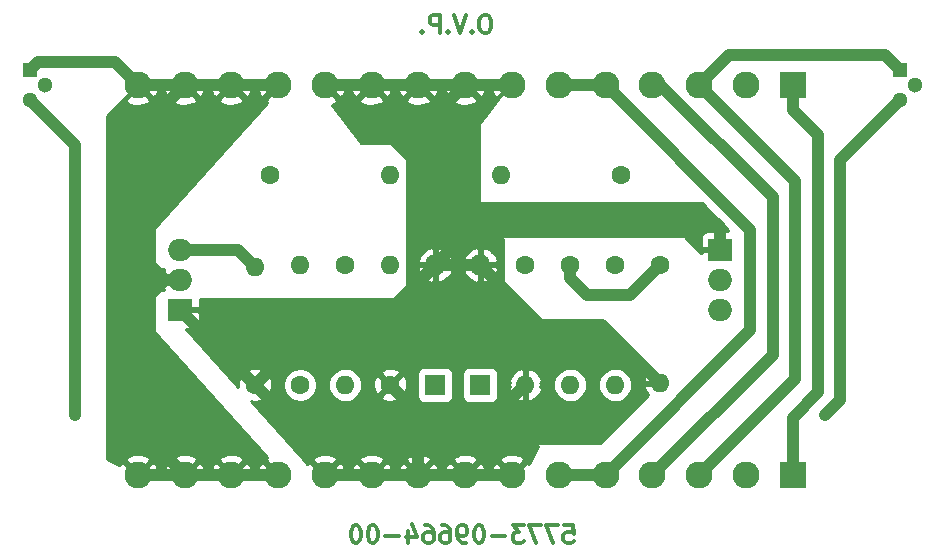
<source format=gbr>
G04 #@! TF.GenerationSoftware,KiCad,Pcbnew,5.1.0-060a0da~80~ubuntu18.04.1*
G04 #@! TF.CreationDate,2019-04-15T09:18:46-04:00*
G04 #@! TF.ProjectId,overvoltage,6f766572-766f-46c7-9461-67652e6b6963,1*
G04 #@! TF.SameCoordinates,Original*
G04 #@! TF.FileFunction,Copper,L2,Bot*
G04 #@! TF.FilePolarity,Positive*
%FSLAX46Y46*%
G04 Gerber Fmt 4.6, Leading zero omitted, Abs format (unit mm)*
G04 Created by KiCad (PCBNEW 5.1.0-060a0da~80~ubuntu18.04.1) date 2019-04-15 09:18:46*
%MOMM*%
%LPD*%
G04 APERTURE LIST*
%ADD10C,0.300000*%
%ADD11R,2.286000X2.286000*%
%ADD12C,2.286000*%
%ADD13O,1.600000X1.600000*%
%ADD14C,1.600000*%
%ADD15R,1.300000X1.300000*%
%ADD16C,1.300000*%
%ADD17R,2.000000X1.905000*%
%ADD18O,2.000000X1.905000*%
%ADD19O,1.800000X1.800000*%
%ADD20R,1.800000X1.800000*%
%ADD21C,0.800000*%
%ADD22C,1.000000*%
%ADD23C,0.254000*%
G04 APERTURE END LIST*
D10*
X85665142Y-33468571D02*
X85379428Y-33468571D01*
X85236571Y-33540000D01*
X85093714Y-33682857D01*
X85022285Y-33968571D01*
X85022285Y-34468571D01*
X85093714Y-34754285D01*
X85236571Y-34897142D01*
X85379428Y-34968571D01*
X85665142Y-34968571D01*
X85808000Y-34897142D01*
X85950857Y-34754285D01*
X86022285Y-34468571D01*
X86022285Y-33968571D01*
X85950857Y-33682857D01*
X85808000Y-33540000D01*
X85665142Y-33468571D01*
X84379428Y-34825714D02*
X84308000Y-34897142D01*
X84379428Y-34968571D01*
X84450857Y-34897142D01*
X84379428Y-34825714D01*
X84379428Y-34968571D01*
X83879428Y-33468571D02*
X83379428Y-34968571D01*
X82879428Y-33468571D01*
X82379428Y-34825714D02*
X82308000Y-34897142D01*
X82379428Y-34968571D01*
X82450857Y-34897142D01*
X82379428Y-34825714D01*
X82379428Y-34968571D01*
X81665142Y-34968571D02*
X81665142Y-33468571D01*
X81093714Y-33468571D01*
X80950857Y-33540000D01*
X80879428Y-33611428D01*
X80808000Y-33754285D01*
X80808000Y-33968571D01*
X80879428Y-34111428D01*
X80950857Y-34182857D01*
X81093714Y-34254285D01*
X81665142Y-34254285D01*
X80165142Y-34825714D02*
X80093714Y-34897142D01*
X80165142Y-34968571D01*
X80236571Y-34897142D01*
X80165142Y-34825714D01*
X80165142Y-34968571D01*
X92208857Y-76648571D02*
X92923142Y-76648571D01*
X92994571Y-77362857D01*
X92923142Y-77291428D01*
X92780285Y-77220000D01*
X92423142Y-77220000D01*
X92280285Y-77291428D01*
X92208857Y-77362857D01*
X92137428Y-77505714D01*
X92137428Y-77862857D01*
X92208857Y-78005714D01*
X92280285Y-78077142D01*
X92423142Y-78148571D01*
X92780285Y-78148571D01*
X92923142Y-78077142D01*
X92994571Y-78005714D01*
X91637428Y-76648571D02*
X90637428Y-76648571D01*
X91280285Y-78148571D01*
X90208857Y-76648571D02*
X89208857Y-76648571D01*
X89851714Y-78148571D01*
X88780285Y-76648571D02*
X87851714Y-76648571D01*
X88351714Y-77220000D01*
X88137428Y-77220000D01*
X87994571Y-77291428D01*
X87923142Y-77362857D01*
X87851714Y-77505714D01*
X87851714Y-77862857D01*
X87923142Y-78005714D01*
X87994571Y-78077142D01*
X88137428Y-78148571D01*
X88566000Y-78148571D01*
X88708857Y-78077142D01*
X88780285Y-78005714D01*
X87208857Y-77577142D02*
X86066000Y-77577142D01*
X85066000Y-76648571D02*
X84923142Y-76648571D01*
X84780285Y-76720000D01*
X84708857Y-76791428D01*
X84637428Y-76934285D01*
X84566000Y-77220000D01*
X84566000Y-77577142D01*
X84637428Y-77862857D01*
X84708857Y-78005714D01*
X84780285Y-78077142D01*
X84923142Y-78148571D01*
X85066000Y-78148571D01*
X85208857Y-78077142D01*
X85280285Y-78005714D01*
X85351714Y-77862857D01*
X85423142Y-77577142D01*
X85423142Y-77220000D01*
X85351714Y-76934285D01*
X85280285Y-76791428D01*
X85208857Y-76720000D01*
X85066000Y-76648571D01*
X83851714Y-78148571D02*
X83566000Y-78148571D01*
X83423142Y-78077142D01*
X83351714Y-78005714D01*
X83208857Y-77791428D01*
X83137428Y-77505714D01*
X83137428Y-76934285D01*
X83208857Y-76791428D01*
X83280285Y-76720000D01*
X83423142Y-76648571D01*
X83708857Y-76648571D01*
X83851714Y-76720000D01*
X83923142Y-76791428D01*
X83994571Y-76934285D01*
X83994571Y-77291428D01*
X83923142Y-77434285D01*
X83851714Y-77505714D01*
X83708857Y-77577142D01*
X83423142Y-77577142D01*
X83280285Y-77505714D01*
X83208857Y-77434285D01*
X83137428Y-77291428D01*
X81851714Y-76648571D02*
X82137428Y-76648571D01*
X82280285Y-76720000D01*
X82351714Y-76791428D01*
X82494571Y-77005714D01*
X82566000Y-77291428D01*
X82566000Y-77862857D01*
X82494571Y-78005714D01*
X82423142Y-78077142D01*
X82280285Y-78148571D01*
X81994571Y-78148571D01*
X81851714Y-78077142D01*
X81780285Y-78005714D01*
X81708857Y-77862857D01*
X81708857Y-77505714D01*
X81780285Y-77362857D01*
X81851714Y-77291428D01*
X81994571Y-77220000D01*
X82280285Y-77220000D01*
X82423142Y-77291428D01*
X82494571Y-77362857D01*
X82566000Y-77505714D01*
X80423142Y-76648571D02*
X80708857Y-76648571D01*
X80851714Y-76720000D01*
X80923142Y-76791428D01*
X81066000Y-77005714D01*
X81137428Y-77291428D01*
X81137428Y-77862857D01*
X81066000Y-78005714D01*
X80994571Y-78077142D01*
X80851714Y-78148571D01*
X80566000Y-78148571D01*
X80423142Y-78077142D01*
X80351714Y-78005714D01*
X80280285Y-77862857D01*
X80280285Y-77505714D01*
X80351714Y-77362857D01*
X80423142Y-77291428D01*
X80566000Y-77220000D01*
X80851714Y-77220000D01*
X80994571Y-77291428D01*
X81066000Y-77362857D01*
X81137428Y-77505714D01*
X78994571Y-77148571D02*
X78994571Y-78148571D01*
X79351714Y-76577142D02*
X79708857Y-77648571D01*
X78780285Y-77648571D01*
X78208857Y-77577142D02*
X77066000Y-77577142D01*
X76066000Y-76648571D02*
X75923142Y-76648571D01*
X75780285Y-76720000D01*
X75708857Y-76791428D01*
X75637428Y-76934285D01*
X75566000Y-77220000D01*
X75566000Y-77577142D01*
X75637428Y-77862857D01*
X75708857Y-78005714D01*
X75780285Y-78077142D01*
X75923142Y-78148571D01*
X76066000Y-78148571D01*
X76208857Y-78077142D01*
X76280285Y-78005714D01*
X76351714Y-77862857D01*
X76423142Y-77577142D01*
X76423142Y-77220000D01*
X76351714Y-76934285D01*
X76280285Y-76791428D01*
X76208857Y-76720000D01*
X76066000Y-76648571D01*
X74637428Y-76648571D02*
X74494571Y-76648571D01*
X74351714Y-76720000D01*
X74280285Y-76791428D01*
X74208857Y-76934285D01*
X74137428Y-77220000D01*
X74137428Y-77577142D01*
X74208857Y-77862857D01*
X74280285Y-78005714D01*
X74351714Y-78077142D01*
X74494571Y-78148571D01*
X74637428Y-78148571D01*
X74780285Y-78077142D01*
X74851714Y-78005714D01*
X74923142Y-77862857D01*
X74994571Y-77577142D01*
X74994571Y-77220000D01*
X74923142Y-76934285D01*
X74851714Y-76791428D01*
X74780285Y-76720000D01*
X74637428Y-76648571D01*
D11*
X111540000Y-72390000D03*
D12*
X107580000Y-72390000D03*
X103620000Y-72390000D03*
X99660000Y-72390000D03*
X95700000Y-72390000D03*
X91740000Y-72390000D03*
X87780000Y-72390000D03*
X83820000Y-72390000D03*
X79860000Y-72390000D03*
X75900000Y-72390000D03*
X71940000Y-72390000D03*
X67980000Y-72390000D03*
X64020000Y-72390000D03*
X60060000Y-72390000D03*
X56100000Y-72390000D03*
D13*
X86868000Y-46990000D03*
D14*
X97028000Y-46990000D03*
D13*
X77470000Y-46990000D03*
D14*
X67310000Y-46990000D03*
D13*
X69850000Y-54610000D03*
D14*
X69850000Y-64770000D03*
D13*
X73660000Y-64770000D03*
D14*
X73660000Y-54610000D03*
D13*
X77470000Y-54610000D03*
D14*
X77470000Y-64770000D03*
D13*
X88900000Y-64770000D03*
D14*
X88900000Y-54610000D03*
D13*
X92710000Y-64770000D03*
D14*
X92710000Y-54610000D03*
D13*
X96520000Y-64770000D03*
D14*
X96520000Y-54610000D03*
D15*
X46990000Y-38100000D03*
D16*
X46990000Y-40640000D03*
X48260000Y-39370000D03*
X121920000Y-39370000D03*
X120650000Y-40640000D03*
D15*
X120650000Y-38100000D03*
D17*
X59690000Y-58420000D03*
D18*
X59690000Y-55880000D03*
X59690000Y-53340000D03*
X105410000Y-58420000D03*
X105410000Y-55880000D03*
D17*
X105410000Y-53340000D03*
D19*
X85090000Y-54610000D03*
D20*
X85090000Y-64770000D03*
X81280000Y-64770000D03*
D19*
X81280000Y-54610000D03*
D12*
X56100000Y-39370000D03*
X60060000Y-39370000D03*
X64020000Y-39370000D03*
X67980000Y-39370000D03*
X71940000Y-39370000D03*
X75900000Y-39370000D03*
X79860000Y-39370000D03*
X83820000Y-39370000D03*
X87780000Y-39370000D03*
X91740000Y-39370000D03*
X95700000Y-39370000D03*
X99660000Y-39370000D03*
X103620000Y-39370000D03*
X107580000Y-39370000D03*
D11*
X111540000Y-39370000D03*
D13*
X66040000Y-54770000D03*
D14*
X66040000Y-64770000D03*
X100330000Y-54610000D03*
D13*
X100330000Y-64610000D03*
D21*
X50800000Y-67310004D03*
X114300000Y-67310000D03*
D22*
X64610000Y-53340000D02*
X66040000Y-54770000D01*
X59690000Y-53340000D02*
X64610000Y-53340000D01*
X92710000Y-55741370D02*
X94118630Y-57150000D01*
X92710000Y-54610000D02*
X92710000Y-55741370D01*
X97790000Y-57150000D02*
X100330000Y-54610000D01*
X94118630Y-57150000D02*
X97790000Y-57150000D01*
X50800000Y-44450000D02*
X50800000Y-67310004D01*
X46990000Y-40640000D02*
X50800000Y-44450000D01*
X115570000Y-66040000D02*
X114300000Y-67310000D01*
X120650000Y-40640000D02*
X115570000Y-45720000D01*
X115570000Y-45720000D02*
X115570000Y-66040000D01*
X56100000Y-72390000D02*
X60060000Y-72390000D01*
X60060000Y-72390000D02*
X64020000Y-72390000D01*
X64020000Y-72390000D02*
X67980000Y-72390000D01*
X54195000Y-37465000D02*
X56100000Y-39370000D01*
X46990000Y-38100000D02*
X47625000Y-37465000D01*
X47625000Y-37465000D02*
X54195000Y-37465000D01*
X57150000Y-54610000D02*
X58420000Y-55880000D01*
X60060000Y-39370000D02*
X57150000Y-42280000D01*
X58420000Y-55880000D02*
X59690000Y-55880000D01*
X57150000Y-42280000D02*
X57150000Y-54610000D01*
X57150000Y-69480000D02*
X60060000Y-72390000D01*
X58420000Y-55880000D02*
X57150000Y-57150000D01*
X57150000Y-57150000D02*
X57150000Y-69480000D01*
X56100000Y-39370000D02*
X60060000Y-39370000D01*
X60060000Y-39370000D02*
X64020000Y-39370000D01*
X64020000Y-39370000D02*
X67980000Y-39370000D01*
X77470000Y-64770000D02*
X80010000Y-67310000D01*
X86360000Y-67310000D02*
X88900000Y-64770000D01*
X80010000Y-67310000D02*
X86360000Y-67310000D01*
X71940000Y-39370000D02*
X75900000Y-39370000D01*
X75900000Y-39370000D02*
X79860000Y-39370000D01*
X79860000Y-39370000D02*
X83820000Y-39370000D01*
X83820000Y-39370000D02*
X87780000Y-39370000D01*
X81280000Y-54610000D02*
X85090000Y-54610000D01*
X80380001Y-55509999D02*
X81280000Y-54610000D01*
X99530001Y-63810001D02*
X100330000Y-64610000D01*
X95410000Y-59690000D02*
X99530001Y-63810001D01*
X90170000Y-59690000D02*
X95410000Y-59690000D01*
X85090000Y-54610000D02*
X90170000Y-59690000D01*
X78740000Y-68580000D02*
X80010000Y-67310000D01*
X69850000Y-68580000D02*
X78740000Y-68580000D01*
X66040000Y-64770000D02*
X69850000Y-68580000D01*
X71940000Y-72390000D02*
X75900000Y-72390000D01*
X75900000Y-72390000D02*
X79860000Y-72390000D01*
X79860000Y-72390000D02*
X83820000Y-72390000D01*
X83820000Y-72390000D02*
X87780000Y-72390000D01*
X79860000Y-69700000D02*
X79860000Y-72390000D01*
X78740000Y-68580000D02*
X79860000Y-69700000D01*
X82550000Y-53340000D02*
X81280000Y-54610000D01*
X83820000Y-39370000D02*
X82550000Y-40640000D01*
X82550000Y-40640000D02*
X82550000Y-53340000D01*
X77470000Y-58420000D02*
X81280000Y-54610000D01*
X66040000Y-64770000D02*
X72390000Y-58420000D01*
X72390000Y-58420000D02*
X77470000Y-58420000D01*
X59690000Y-58420000D02*
X66040000Y-64770000D01*
X105410000Y-51387500D02*
X105076500Y-51054000D01*
X105410000Y-53340000D02*
X105410000Y-51387500D01*
X107950000Y-60140000D02*
X95700000Y-72390000D01*
X95700000Y-39370000D02*
X107950000Y-51620000D01*
X107950000Y-51620000D02*
X107950000Y-60140000D01*
X95700000Y-72390000D02*
X91740000Y-72390000D01*
X95700000Y-39370000D02*
X91740000Y-39370000D01*
X109855000Y-48895000D02*
X109855000Y-62195000D01*
X99660000Y-39370000D02*
X100330000Y-39370000D01*
X109855000Y-62195000D02*
X99660000Y-72390000D01*
X100330000Y-39370000D02*
X109855000Y-48895000D01*
X105362500Y-55880000D02*
X105410000Y-55880000D01*
X106160000Y-36830000D02*
X103620000Y-39370000D01*
X120650000Y-38100000D02*
X119380000Y-36830000D01*
X119380000Y-36830000D02*
X106160000Y-36830000D01*
X111760000Y-64250000D02*
X103620000Y-72390000D01*
X103620000Y-39370000D02*
X111760000Y-47510000D01*
X111760000Y-47510000D02*
X111760000Y-64250000D01*
X111540000Y-67530000D02*
X111540000Y-72390000D01*
X113665000Y-65405000D02*
X111540000Y-67530000D01*
X113665000Y-43638000D02*
X113665000Y-65405000D01*
X111540000Y-39370000D02*
X111540000Y-41513000D01*
X111540000Y-41513000D02*
X113665000Y-43638000D01*
D23*
G36*
X57337360Y-40427755D02*
G01*
X57616384Y-40314736D01*
X57771556Y-40000751D01*
X57862491Y-39662527D01*
X57873481Y-39497000D01*
X58283469Y-39497000D01*
X58319725Y-39774216D01*
X58432023Y-40105960D01*
X58543616Y-40314736D01*
X58822640Y-40427755D01*
X59753395Y-39497000D01*
X60366605Y-39497000D01*
X61297360Y-40427755D01*
X61576384Y-40314736D01*
X61731556Y-40000751D01*
X61822491Y-39662527D01*
X61833481Y-39497000D01*
X62243469Y-39497000D01*
X62279725Y-39774216D01*
X62392023Y-40105960D01*
X62503616Y-40314736D01*
X62782640Y-40427755D01*
X63713395Y-39497000D01*
X64326605Y-39497000D01*
X65257360Y-40427755D01*
X65536384Y-40314736D01*
X65691556Y-40000751D01*
X65782491Y-39662527D01*
X65793481Y-39497000D01*
X66203469Y-39497000D01*
X66239725Y-39774216D01*
X66352023Y-40105960D01*
X66463616Y-40314736D01*
X66742640Y-40427755D01*
X67673395Y-39497000D01*
X68060890Y-39497000D01*
X67994143Y-39563748D01*
X67980000Y-39549605D01*
X66922245Y-40607360D01*
X67035264Y-40886384D01*
X67041583Y-40889507D01*
X57055602Y-51985041D01*
X57040841Y-52005090D01*
X57030275Y-52027633D01*
X57024310Y-52051804D01*
X57023000Y-52070000D01*
X57023000Y-54610000D01*
X57025440Y-54634776D01*
X57032667Y-54658601D01*
X57044403Y-54680557D01*
X57060197Y-54699803D01*
X57079443Y-54715597D01*
X57093204Y-54723592D01*
X58181459Y-55267720D01*
X58170429Y-55288906D01*
X58099437Y-55507020D01*
X58219406Y-55753000D01*
X59152020Y-55753000D01*
X59406020Y-55880000D01*
X59152020Y-56007000D01*
X58219406Y-56007000D01*
X58099437Y-56252980D01*
X58170429Y-56471094D01*
X58181459Y-56492280D01*
X57093204Y-57036408D01*
X57072134Y-57049671D01*
X57054057Y-57066789D01*
X57039667Y-57087106D01*
X57029517Y-57109839D01*
X57023997Y-57134116D01*
X57023000Y-57150000D01*
X57023000Y-59690000D01*
X57025440Y-59714776D01*
X57032667Y-59738601D01*
X57044403Y-59760557D01*
X57055602Y-59774959D01*
X67041428Y-70870321D01*
X67035264Y-70873616D01*
X66922245Y-71152640D01*
X67980000Y-72210395D01*
X67994143Y-72196253D01*
X68060890Y-72263000D01*
X67673395Y-72263000D01*
X66742640Y-71332245D01*
X66463616Y-71445264D01*
X66308444Y-71759249D01*
X66217509Y-72097473D01*
X66206519Y-72263000D01*
X65796531Y-72263000D01*
X65760275Y-71985784D01*
X65647977Y-71654040D01*
X65536384Y-71445264D01*
X65257360Y-71332245D01*
X64326605Y-72263000D01*
X63713395Y-72263000D01*
X62782640Y-71332245D01*
X62503616Y-71445264D01*
X62348444Y-71759249D01*
X62257509Y-72097473D01*
X62246519Y-72263000D01*
X61836531Y-72263000D01*
X61800275Y-71985784D01*
X61687977Y-71654040D01*
X61576384Y-71445264D01*
X61297360Y-71332245D01*
X60366605Y-72263000D01*
X59753395Y-72263000D01*
X58822640Y-71332245D01*
X58543616Y-71445264D01*
X58388444Y-71759249D01*
X58297509Y-72097473D01*
X58286519Y-72263000D01*
X57876531Y-72263000D01*
X57840275Y-71985784D01*
X57727977Y-71654040D01*
X57616384Y-71445264D01*
X57337360Y-71332245D01*
X56406605Y-72263000D01*
X55909980Y-72263000D01*
X55676810Y-72146415D01*
X54862640Y-71332245D01*
X54583616Y-71445264D01*
X54522369Y-71569195D01*
X53689260Y-71152640D01*
X55042245Y-71152640D01*
X56100000Y-72210395D01*
X57157755Y-71152640D01*
X59002245Y-71152640D01*
X60060000Y-72210395D01*
X61117755Y-71152640D01*
X62962245Y-71152640D01*
X64020000Y-72210395D01*
X65077755Y-71152640D01*
X64964736Y-70873616D01*
X64650751Y-70718444D01*
X64312527Y-70627509D01*
X63963062Y-70604306D01*
X63615784Y-70649725D01*
X63284040Y-70762023D01*
X63075264Y-70873616D01*
X62962245Y-71152640D01*
X61117755Y-71152640D01*
X61004736Y-70873616D01*
X60690751Y-70718444D01*
X60352527Y-70627509D01*
X60003062Y-70604306D01*
X59655784Y-70649725D01*
X59324040Y-70762023D01*
X59115264Y-70873616D01*
X59002245Y-71152640D01*
X57157755Y-71152640D01*
X57044736Y-70873616D01*
X56730751Y-70718444D01*
X56392527Y-70627509D01*
X56043062Y-70604306D01*
X55695784Y-70649725D01*
X55364040Y-70762023D01*
X55155264Y-70873616D01*
X55042245Y-71152640D01*
X53689260Y-71152640D01*
X53467000Y-71041510D01*
X53467000Y-41962606D01*
X54822246Y-40607360D01*
X55042245Y-40607360D01*
X55155264Y-40886384D01*
X55469249Y-41041556D01*
X55807473Y-41132491D01*
X56156938Y-41155694D01*
X56504216Y-41110275D01*
X56835960Y-40997977D01*
X57044736Y-40886384D01*
X57157755Y-40607360D01*
X59002245Y-40607360D01*
X59115264Y-40886384D01*
X59429249Y-41041556D01*
X59767473Y-41132491D01*
X60116938Y-41155694D01*
X60464216Y-41110275D01*
X60795960Y-40997977D01*
X61004736Y-40886384D01*
X61117755Y-40607360D01*
X62962245Y-40607360D01*
X63075264Y-40886384D01*
X63389249Y-41041556D01*
X63727473Y-41132491D01*
X64076938Y-41155694D01*
X64424216Y-41110275D01*
X64755960Y-40997977D01*
X64964736Y-40886384D01*
X65077755Y-40607360D01*
X64020000Y-39549605D01*
X62962245Y-40607360D01*
X61117755Y-40607360D01*
X60060000Y-39549605D01*
X59002245Y-40607360D01*
X57157755Y-40607360D01*
X56100000Y-39549605D01*
X55042245Y-40607360D01*
X54822246Y-40607360D01*
X55932606Y-39497000D01*
X56406605Y-39497000D01*
X57337360Y-40427755D01*
X57337360Y-40427755D01*
G37*
X57337360Y-40427755D02*
X57616384Y-40314736D01*
X57771556Y-40000751D01*
X57862491Y-39662527D01*
X57873481Y-39497000D01*
X58283469Y-39497000D01*
X58319725Y-39774216D01*
X58432023Y-40105960D01*
X58543616Y-40314736D01*
X58822640Y-40427755D01*
X59753395Y-39497000D01*
X60366605Y-39497000D01*
X61297360Y-40427755D01*
X61576384Y-40314736D01*
X61731556Y-40000751D01*
X61822491Y-39662527D01*
X61833481Y-39497000D01*
X62243469Y-39497000D01*
X62279725Y-39774216D01*
X62392023Y-40105960D01*
X62503616Y-40314736D01*
X62782640Y-40427755D01*
X63713395Y-39497000D01*
X64326605Y-39497000D01*
X65257360Y-40427755D01*
X65536384Y-40314736D01*
X65691556Y-40000751D01*
X65782491Y-39662527D01*
X65793481Y-39497000D01*
X66203469Y-39497000D01*
X66239725Y-39774216D01*
X66352023Y-40105960D01*
X66463616Y-40314736D01*
X66742640Y-40427755D01*
X67673395Y-39497000D01*
X68060890Y-39497000D01*
X67994143Y-39563748D01*
X67980000Y-39549605D01*
X66922245Y-40607360D01*
X67035264Y-40886384D01*
X67041583Y-40889507D01*
X57055602Y-51985041D01*
X57040841Y-52005090D01*
X57030275Y-52027633D01*
X57024310Y-52051804D01*
X57023000Y-52070000D01*
X57023000Y-54610000D01*
X57025440Y-54634776D01*
X57032667Y-54658601D01*
X57044403Y-54680557D01*
X57060197Y-54699803D01*
X57079443Y-54715597D01*
X57093204Y-54723592D01*
X58181459Y-55267720D01*
X58170429Y-55288906D01*
X58099437Y-55507020D01*
X58219406Y-55753000D01*
X59152020Y-55753000D01*
X59406020Y-55880000D01*
X59152020Y-56007000D01*
X58219406Y-56007000D01*
X58099437Y-56252980D01*
X58170429Y-56471094D01*
X58181459Y-56492280D01*
X57093204Y-57036408D01*
X57072134Y-57049671D01*
X57054057Y-57066789D01*
X57039667Y-57087106D01*
X57029517Y-57109839D01*
X57023997Y-57134116D01*
X57023000Y-57150000D01*
X57023000Y-59690000D01*
X57025440Y-59714776D01*
X57032667Y-59738601D01*
X57044403Y-59760557D01*
X57055602Y-59774959D01*
X67041428Y-70870321D01*
X67035264Y-70873616D01*
X66922245Y-71152640D01*
X67980000Y-72210395D01*
X67994143Y-72196253D01*
X68060890Y-72263000D01*
X67673395Y-72263000D01*
X66742640Y-71332245D01*
X66463616Y-71445264D01*
X66308444Y-71759249D01*
X66217509Y-72097473D01*
X66206519Y-72263000D01*
X65796531Y-72263000D01*
X65760275Y-71985784D01*
X65647977Y-71654040D01*
X65536384Y-71445264D01*
X65257360Y-71332245D01*
X64326605Y-72263000D01*
X63713395Y-72263000D01*
X62782640Y-71332245D01*
X62503616Y-71445264D01*
X62348444Y-71759249D01*
X62257509Y-72097473D01*
X62246519Y-72263000D01*
X61836531Y-72263000D01*
X61800275Y-71985784D01*
X61687977Y-71654040D01*
X61576384Y-71445264D01*
X61297360Y-71332245D01*
X60366605Y-72263000D01*
X59753395Y-72263000D01*
X58822640Y-71332245D01*
X58543616Y-71445264D01*
X58388444Y-71759249D01*
X58297509Y-72097473D01*
X58286519Y-72263000D01*
X57876531Y-72263000D01*
X57840275Y-71985784D01*
X57727977Y-71654040D01*
X57616384Y-71445264D01*
X57337360Y-71332245D01*
X56406605Y-72263000D01*
X55909980Y-72263000D01*
X55676810Y-72146415D01*
X54862640Y-71332245D01*
X54583616Y-71445264D01*
X54522369Y-71569195D01*
X53689260Y-71152640D01*
X55042245Y-71152640D01*
X56100000Y-72210395D01*
X57157755Y-71152640D01*
X59002245Y-71152640D01*
X60060000Y-72210395D01*
X61117755Y-71152640D01*
X62962245Y-71152640D01*
X64020000Y-72210395D01*
X65077755Y-71152640D01*
X64964736Y-70873616D01*
X64650751Y-70718444D01*
X64312527Y-70627509D01*
X63963062Y-70604306D01*
X63615784Y-70649725D01*
X63284040Y-70762023D01*
X63075264Y-70873616D01*
X62962245Y-71152640D01*
X61117755Y-71152640D01*
X61004736Y-70873616D01*
X60690751Y-70718444D01*
X60352527Y-70627509D01*
X60003062Y-70604306D01*
X59655784Y-70649725D01*
X59324040Y-70762023D01*
X59115264Y-70873616D01*
X59002245Y-71152640D01*
X57157755Y-71152640D01*
X57044736Y-70873616D01*
X56730751Y-70718444D01*
X56392527Y-70627509D01*
X56043062Y-70604306D01*
X55695784Y-70649725D01*
X55364040Y-70762023D01*
X55155264Y-70873616D01*
X55042245Y-71152640D01*
X53689260Y-71152640D01*
X53467000Y-71041510D01*
X53467000Y-41962606D01*
X54822246Y-40607360D01*
X55042245Y-40607360D01*
X55155264Y-40886384D01*
X55469249Y-41041556D01*
X55807473Y-41132491D01*
X56156938Y-41155694D01*
X56504216Y-41110275D01*
X56835960Y-40997977D01*
X57044736Y-40886384D01*
X57157755Y-40607360D01*
X59002245Y-40607360D01*
X59115264Y-40886384D01*
X59429249Y-41041556D01*
X59767473Y-41132491D01*
X60116938Y-41155694D01*
X60464216Y-41110275D01*
X60795960Y-40997977D01*
X61004736Y-40886384D01*
X61117755Y-40607360D01*
X62962245Y-40607360D01*
X63075264Y-40886384D01*
X63389249Y-41041556D01*
X63727473Y-41132491D01*
X64076938Y-41155694D01*
X64424216Y-41110275D01*
X64755960Y-40997977D01*
X64964736Y-40886384D01*
X65077755Y-40607360D01*
X64020000Y-39549605D01*
X62962245Y-40607360D01*
X61117755Y-40607360D01*
X60060000Y-39549605D01*
X59002245Y-40607360D01*
X57157755Y-40607360D01*
X56100000Y-39549605D01*
X55042245Y-40607360D01*
X54822246Y-40607360D01*
X55932606Y-39497000D01*
X56406605Y-39497000D01*
X57337360Y-40427755D01*
G36*
X78399370Y-65878977D02*
G01*
X78399371Y-65878977D01*
X79920197Y-67399803D01*
X79939443Y-67415597D01*
X79961399Y-67427333D01*
X79985224Y-67434560D01*
X80010000Y-67437000D01*
X86360000Y-67437000D01*
X86384776Y-67434560D01*
X86408601Y-67427333D01*
X86430557Y-67415597D01*
X86449803Y-67399803D01*
X87982243Y-65867363D01*
X88162580Y-66001037D01*
X88416913Y-66121246D01*
X88539827Y-66158527D01*
X87798034Y-70609284D01*
X87723062Y-70604306D01*
X87375784Y-70649725D01*
X87044040Y-70762023D01*
X86835264Y-70873616D01*
X86722245Y-71152640D01*
X87566728Y-71997123D01*
X87522415Y-72263000D01*
X87473395Y-72263000D01*
X86542640Y-71332245D01*
X86263616Y-71445264D01*
X86108444Y-71759249D01*
X86017509Y-72097473D01*
X86006519Y-72263000D01*
X85596531Y-72263000D01*
X85560275Y-71985784D01*
X85447977Y-71654040D01*
X85336384Y-71445264D01*
X85057360Y-71332245D01*
X84126605Y-72263000D01*
X83513395Y-72263000D01*
X82582640Y-71332245D01*
X82303616Y-71445264D01*
X82148444Y-71759249D01*
X82057509Y-72097473D01*
X82046519Y-72263000D01*
X81636531Y-72263000D01*
X81600275Y-71985784D01*
X81487977Y-71654040D01*
X81376384Y-71445264D01*
X81097360Y-71332245D01*
X80166605Y-72263000D01*
X79553395Y-72263000D01*
X78622640Y-71332245D01*
X78343616Y-71445264D01*
X78188444Y-71759249D01*
X78097509Y-72097473D01*
X78086519Y-72263000D01*
X77676531Y-72263000D01*
X77640275Y-71985784D01*
X77527977Y-71654040D01*
X77416384Y-71445264D01*
X77137360Y-71332245D01*
X76206605Y-72263000D01*
X75593395Y-72263000D01*
X74662640Y-71332245D01*
X74383616Y-71445264D01*
X74228444Y-71759249D01*
X74137509Y-72097473D01*
X74126519Y-72263000D01*
X73716531Y-72263000D01*
X73680275Y-71985784D01*
X73567977Y-71654040D01*
X73456384Y-71445264D01*
X73177360Y-71332245D01*
X72373423Y-72136182D01*
X72229739Y-71920656D01*
X72997755Y-71152640D01*
X74842245Y-71152640D01*
X75900000Y-72210395D01*
X76957755Y-71152640D01*
X78802245Y-71152640D01*
X79860000Y-72210395D01*
X80917755Y-71152640D01*
X82762245Y-71152640D01*
X83820000Y-72210395D01*
X84877755Y-71152640D01*
X84764736Y-70873616D01*
X84450751Y-70718444D01*
X84112527Y-70627509D01*
X83763062Y-70604306D01*
X83415784Y-70649725D01*
X83084040Y-70762023D01*
X82875264Y-70873616D01*
X82762245Y-71152640D01*
X80917755Y-71152640D01*
X80804736Y-70873616D01*
X80490751Y-70718444D01*
X80152527Y-70627509D01*
X79803062Y-70604306D01*
X79455784Y-70649725D01*
X79124040Y-70762023D01*
X78915264Y-70873616D01*
X78802245Y-71152640D01*
X76957755Y-71152640D01*
X76844736Y-70873616D01*
X76530751Y-70718444D01*
X76192527Y-70627509D01*
X75843062Y-70604306D01*
X75495784Y-70649725D01*
X75164040Y-70762023D01*
X74955264Y-70873616D01*
X74842245Y-71152640D01*
X72997755Y-71152640D01*
X72884736Y-70873616D01*
X72570751Y-70718444D01*
X72232527Y-70627509D01*
X71883062Y-70604306D01*
X71535784Y-70649725D01*
X71410683Y-70692073D01*
X70087301Y-68707000D01*
X74930000Y-68707000D01*
X74954776Y-68704560D01*
X74978601Y-68697333D01*
X75000557Y-68685597D01*
X75019803Y-68669803D01*
X75035670Y-68650447D01*
X76781472Y-66031743D01*
X76983996Y-66127571D01*
X77258184Y-66196300D01*
X77540512Y-66210217D01*
X77820130Y-66168787D01*
X78086292Y-66073603D01*
X78211514Y-66006671D01*
X78283097Y-65762704D01*
X78399370Y-65878977D01*
X78399370Y-65878977D01*
G37*
X78399370Y-65878977D02*
X78399371Y-65878977D01*
X79920197Y-67399803D01*
X79939443Y-67415597D01*
X79961399Y-67427333D01*
X79985224Y-67434560D01*
X80010000Y-67437000D01*
X86360000Y-67437000D01*
X86384776Y-67434560D01*
X86408601Y-67427333D01*
X86430557Y-67415597D01*
X86449803Y-67399803D01*
X87982243Y-65867363D01*
X88162580Y-66001037D01*
X88416913Y-66121246D01*
X88539827Y-66158527D01*
X87798034Y-70609284D01*
X87723062Y-70604306D01*
X87375784Y-70649725D01*
X87044040Y-70762023D01*
X86835264Y-70873616D01*
X86722245Y-71152640D01*
X87566728Y-71997123D01*
X87522415Y-72263000D01*
X87473395Y-72263000D01*
X86542640Y-71332245D01*
X86263616Y-71445264D01*
X86108444Y-71759249D01*
X86017509Y-72097473D01*
X86006519Y-72263000D01*
X85596531Y-72263000D01*
X85560275Y-71985784D01*
X85447977Y-71654040D01*
X85336384Y-71445264D01*
X85057360Y-71332245D01*
X84126605Y-72263000D01*
X83513395Y-72263000D01*
X82582640Y-71332245D01*
X82303616Y-71445264D01*
X82148444Y-71759249D01*
X82057509Y-72097473D01*
X82046519Y-72263000D01*
X81636531Y-72263000D01*
X81600275Y-71985784D01*
X81487977Y-71654040D01*
X81376384Y-71445264D01*
X81097360Y-71332245D01*
X80166605Y-72263000D01*
X79553395Y-72263000D01*
X78622640Y-71332245D01*
X78343616Y-71445264D01*
X78188444Y-71759249D01*
X78097509Y-72097473D01*
X78086519Y-72263000D01*
X77676531Y-72263000D01*
X77640275Y-71985784D01*
X77527977Y-71654040D01*
X77416384Y-71445264D01*
X77137360Y-71332245D01*
X76206605Y-72263000D01*
X75593395Y-72263000D01*
X74662640Y-71332245D01*
X74383616Y-71445264D01*
X74228444Y-71759249D01*
X74137509Y-72097473D01*
X74126519Y-72263000D01*
X73716531Y-72263000D01*
X73680275Y-71985784D01*
X73567977Y-71654040D01*
X73456384Y-71445264D01*
X73177360Y-71332245D01*
X72373423Y-72136182D01*
X72229739Y-71920656D01*
X72997755Y-71152640D01*
X74842245Y-71152640D01*
X75900000Y-72210395D01*
X76957755Y-71152640D01*
X78802245Y-71152640D01*
X79860000Y-72210395D01*
X80917755Y-71152640D01*
X82762245Y-71152640D01*
X83820000Y-72210395D01*
X84877755Y-71152640D01*
X84764736Y-70873616D01*
X84450751Y-70718444D01*
X84112527Y-70627509D01*
X83763062Y-70604306D01*
X83415784Y-70649725D01*
X83084040Y-70762023D01*
X82875264Y-70873616D01*
X82762245Y-71152640D01*
X80917755Y-71152640D01*
X80804736Y-70873616D01*
X80490751Y-70718444D01*
X80152527Y-70627509D01*
X79803062Y-70604306D01*
X79455784Y-70649725D01*
X79124040Y-70762023D01*
X78915264Y-70873616D01*
X78802245Y-71152640D01*
X76957755Y-71152640D01*
X76844736Y-70873616D01*
X76530751Y-70718444D01*
X76192527Y-70627509D01*
X75843062Y-70604306D01*
X75495784Y-70649725D01*
X75164040Y-70762023D01*
X74955264Y-70873616D01*
X74842245Y-71152640D01*
X72997755Y-71152640D01*
X72884736Y-70873616D01*
X72570751Y-70718444D01*
X72232527Y-70627509D01*
X71883062Y-70604306D01*
X71535784Y-70649725D01*
X71410683Y-70692073D01*
X70087301Y-68707000D01*
X74930000Y-68707000D01*
X74954776Y-68704560D01*
X74978601Y-68697333D01*
X75000557Y-68685597D01*
X75019803Y-68669803D01*
X75035670Y-68650447D01*
X76781472Y-66031743D01*
X76983996Y-66127571D01*
X77258184Y-66196300D01*
X77540512Y-66210217D01*
X77820130Y-66168787D01*
X78086292Y-66073603D01*
X78211514Y-66006671D01*
X78283097Y-65762704D01*
X78399370Y-65878977D01*
G36*
X73177360Y-40427755D02*
G01*
X73456384Y-40314736D01*
X73611556Y-40000751D01*
X73702491Y-39662527D01*
X73713481Y-39497000D01*
X74123469Y-39497000D01*
X74159725Y-39774216D01*
X74272023Y-40105960D01*
X74383616Y-40314736D01*
X74662640Y-40427755D01*
X75593395Y-39497000D01*
X76206605Y-39497000D01*
X77137360Y-40427755D01*
X77416384Y-40314736D01*
X77571556Y-40000751D01*
X77662491Y-39662527D01*
X77673481Y-39497000D01*
X78083469Y-39497000D01*
X78119725Y-39774216D01*
X78232023Y-40105960D01*
X78343616Y-40314736D01*
X78622640Y-40427755D01*
X79553395Y-39497000D01*
X80166605Y-39497000D01*
X81097360Y-40427755D01*
X81376384Y-40314736D01*
X81531556Y-40000751D01*
X81622491Y-39662527D01*
X81633481Y-39497000D01*
X82043469Y-39497000D01*
X82079725Y-39774216D01*
X82192023Y-40105960D01*
X82303616Y-40314736D01*
X82582640Y-40427755D01*
X83513395Y-39497000D01*
X84126605Y-39497000D01*
X85057360Y-40427755D01*
X85336384Y-40314736D01*
X85491556Y-40000751D01*
X85582491Y-39662527D01*
X85593481Y-39497000D01*
X86003469Y-39497000D01*
X86039725Y-39774216D01*
X86152023Y-40105960D01*
X86263616Y-40314736D01*
X86542640Y-40427755D01*
X87083815Y-39886580D01*
X83718400Y-44373800D01*
X83705486Y-44395085D01*
X83696973Y-44418481D01*
X83693000Y-44450000D01*
X83693000Y-53977780D01*
X83598959Y-54245259D01*
X83693000Y-54431495D01*
X83693000Y-54610000D01*
X83695440Y-54634776D01*
X83702667Y-54658601D01*
X83714403Y-54680557D01*
X83730197Y-54699803D01*
X83749443Y-54715597D01*
X83771399Y-54727333D01*
X83795224Y-54734560D01*
X83820000Y-54737000D01*
X83719008Y-54737000D01*
X83598959Y-54974741D01*
X83698766Y-55258620D01*
X83852038Y-55517573D01*
X84052884Y-55741649D01*
X84293586Y-55922236D01*
X84564893Y-56052394D01*
X84725260Y-56101036D01*
X84963000Y-55980378D01*
X84963000Y-54737000D01*
X85037394Y-54737000D01*
X85217000Y-54916606D01*
X85217000Y-55980378D01*
X85454740Y-56101036D01*
X85615107Y-56052394D01*
X85886414Y-55922236D01*
X86078510Y-55778116D01*
X90080197Y-59779803D01*
X90099443Y-59795597D01*
X90121399Y-59807333D01*
X90145224Y-59814560D01*
X90170000Y-59817000D01*
X95197394Y-59817000D01*
X99161737Y-63781343D01*
X99032930Y-63996119D01*
X98938091Y-64260960D01*
X99059376Y-64483000D01*
X99863394Y-64483000D01*
X100117394Y-64737000D01*
X99059376Y-64737000D01*
X98938091Y-64959040D01*
X99032930Y-65223881D01*
X99177615Y-65465131D01*
X99309655Y-65610739D01*
X95197394Y-69723000D01*
X88900000Y-69723000D01*
X88875224Y-69725440D01*
X88851399Y-69732667D01*
X88829443Y-69744403D01*
X88810197Y-69760197D01*
X88794403Y-69779443D01*
X88786408Y-69793204D01*
X88334093Y-70697834D01*
X88072527Y-70627509D01*
X87723062Y-70604306D01*
X87375784Y-70649725D01*
X87044040Y-70762023D01*
X86835264Y-70873616D01*
X86722245Y-71152640D01*
X87645208Y-72075603D01*
X87551510Y-72263000D01*
X87473395Y-72263000D01*
X86542640Y-71332245D01*
X86263616Y-71445264D01*
X86108444Y-71759249D01*
X86017509Y-72097473D01*
X86006519Y-72263000D01*
X85596531Y-72263000D01*
X85560275Y-71985784D01*
X85447977Y-71654040D01*
X85336384Y-71445264D01*
X85057360Y-71332245D01*
X84126605Y-72263000D01*
X83513395Y-72263000D01*
X82582640Y-71332245D01*
X82303616Y-71445264D01*
X82148444Y-71759249D01*
X82057509Y-72097473D01*
X82046519Y-72263000D01*
X81636531Y-72263000D01*
X81600275Y-71985784D01*
X81487977Y-71654040D01*
X81376384Y-71445264D01*
X81097360Y-71332245D01*
X80166605Y-72263000D01*
X79553395Y-72263000D01*
X78622640Y-71332245D01*
X78343616Y-71445264D01*
X78188444Y-71759249D01*
X78097509Y-72097473D01*
X78086519Y-72263000D01*
X77676531Y-72263000D01*
X77640275Y-71985784D01*
X77527977Y-71654040D01*
X77416384Y-71445264D01*
X77137360Y-71332245D01*
X76206605Y-72263000D01*
X75593395Y-72263000D01*
X74662640Y-71332245D01*
X74383616Y-71445264D01*
X74228444Y-71759249D01*
X74137509Y-72097473D01*
X74126519Y-72263000D01*
X73716531Y-72263000D01*
X73680275Y-71985784D01*
X73567977Y-71654040D01*
X73456384Y-71445264D01*
X73177360Y-71332245D01*
X72246605Y-72263000D01*
X71633395Y-72263000D01*
X70702640Y-71332245D01*
X70489344Y-71418641D01*
X70271707Y-71152640D01*
X70882245Y-71152640D01*
X71940000Y-72210395D01*
X72997755Y-71152640D01*
X74842245Y-71152640D01*
X75900000Y-72210395D01*
X76957755Y-71152640D01*
X78802245Y-71152640D01*
X79860000Y-72210395D01*
X80917755Y-71152640D01*
X82762245Y-71152640D01*
X83820000Y-72210395D01*
X84877755Y-71152640D01*
X84764736Y-70873616D01*
X84450751Y-70718444D01*
X84112527Y-70627509D01*
X83763062Y-70604306D01*
X83415784Y-70649725D01*
X83084040Y-70762023D01*
X82875264Y-70873616D01*
X82762245Y-71152640D01*
X80917755Y-71152640D01*
X80804736Y-70873616D01*
X80490751Y-70718444D01*
X80152527Y-70627509D01*
X79803062Y-70604306D01*
X79455784Y-70649725D01*
X79124040Y-70762023D01*
X78915264Y-70873616D01*
X78802245Y-71152640D01*
X76957755Y-71152640D01*
X76844736Y-70873616D01*
X76530751Y-70718444D01*
X76192527Y-70627509D01*
X75843062Y-70604306D01*
X75495784Y-70649725D01*
X75164040Y-70762023D01*
X74955264Y-70873616D01*
X74842245Y-71152640D01*
X72997755Y-71152640D01*
X72884736Y-70873616D01*
X72570751Y-70718444D01*
X72232527Y-70627509D01*
X71883062Y-70604306D01*
X71535784Y-70649725D01*
X71204040Y-70762023D01*
X70995264Y-70873616D01*
X70882245Y-71152640D01*
X70271707Y-71152640D01*
X66215213Y-66194704D01*
X66390130Y-66168787D01*
X66656292Y-66073603D01*
X66781514Y-66006671D01*
X66853097Y-65762702D01*
X66040000Y-64949605D01*
X66025858Y-64963748D01*
X65846253Y-64784143D01*
X65860395Y-64770000D01*
X66219605Y-64770000D01*
X67032702Y-65583097D01*
X67276671Y-65511514D01*
X67397571Y-65256004D01*
X67466300Y-64981816D01*
X67480217Y-64699488D01*
X67469724Y-64628665D01*
X68415000Y-64628665D01*
X68415000Y-64911335D01*
X68470147Y-65188574D01*
X68578320Y-65449727D01*
X68735363Y-65684759D01*
X68935241Y-65884637D01*
X69170273Y-66041680D01*
X69431426Y-66149853D01*
X69708665Y-66205000D01*
X69991335Y-66205000D01*
X70268574Y-66149853D01*
X70529727Y-66041680D01*
X70764759Y-65884637D01*
X70964637Y-65684759D01*
X71121680Y-65449727D01*
X71229853Y-65188574D01*
X71285000Y-64911335D01*
X71285000Y-64770000D01*
X72218057Y-64770000D01*
X72245764Y-65051309D01*
X72327818Y-65321808D01*
X72461068Y-65571101D01*
X72640392Y-65789608D01*
X72858899Y-65968932D01*
X73108192Y-66102182D01*
X73378691Y-66184236D01*
X73589508Y-66205000D01*
X73730492Y-66205000D01*
X73941309Y-66184236D01*
X74211808Y-66102182D01*
X74461101Y-65968932D01*
X74679608Y-65789608D01*
X74701689Y-65762702D01*
X76656903Y-65762702D01*
X76728486Y-66006671D01*
X76983996Y-66127571D01*
X77258184Y-66196300D01*
X77540512Y-66210217D01*
X77820130Y-66168787D01*
X78086292Y-66073603D01*
X78211514Y-66006671D01*
X78283097Y-65762702D01*
X77470000Y-64949605D01*
X76656903Y-65762702D01*
X74701689Y-65762702D01*
X74858932Y-65571101D01*
X74992182Y-65321808D01*
X75074236Y-65051309D01*
X75094998Y-64840512D01*
X76029783Y-64840512D01*
X76071213Y-65120130D01*
X76166397Y-65386292D01*
X76233329Y-65511514D01*
X76477298Y-65583097D01*
X77290395Y-64770000D01*
X77649605Y-64770000D01*
X78462702Y-65583097D01*
X78706671Y-65511514D01*
X78827571Y-65256004D01*
X78896300Y-64981816D01*
X78910217Y-64699488D01*
X78868787Y-64419870D01*
X78773603Y-64153708D01*
X78706671Y-64028486D01*
X78462702Y-63956903D01*
X77649605Y-64770000D01*
X77290395Y-64770000D01*
X76477298Y-63956903D01*
X76233329Y-64028486D01*
X76112429Y-64283996D01*
X76043700Y-64558184D01*
X76029783Y-64840512D01*
X75094998Y-64840512D01*
X75101943Y-64770000D01*
X75074236Y-64488691D01*
X74992182Y-64218192D01*
X74858932Y-63968899D01*
X74701690Y-63777298D01*
X76656903Y-63777298D01*
X77470000Y-64590395D01*
X78190395Y-63870000D01*
X79741928Y-63870000D01*
X79741928Y-65670000D01*
X79754188Y-65794482D01*
X79790498Y-65914180D01*
X79849463Y-66024494D01*
X79928815Y-66121185D01*
X80025506Y-66200537D01*
X80135820Y-66259502D01*
X80255518Y-66295812D01*
X80380000Y-66308072D01*
X82180000Y-66308072D01*
X82304482Y-66295812D01*
X82424180Y-66259502D01*
X82534494Y-66200537D01*
X82631185Y-66121185D01*
X82710537Y-66024494D01*
X82769502Y-65914180D01*
X82805812Y-65794482D01*
X82818072Y-65670000D01*
X82818072Y-63870000D01*
X83551928Y-63870000D01*
X83551928Y-65670000D01*
X83564188Y-65794482D01*
X83600498Y-65914180D01*
X83659463Y-66024494D01*
X83738815Y-66121185D01*
X83835506Y-66200537D01*
X83945820Y-66259502D01*
X84065518Y-66295812D01*
X84190000Y-66308072D01*
X85990000Y-66308072D01*
X86114482Y-66295812D01*
X86234180Y-66259502D01*
X86344494Y-66200537D01*
X86441185Y-66121185D01*
X86520537Y-66024494D01*
X86579502Y-65914180D01*
X86615812Y-65794482D01*
X86628072Y-65670000D01*
X86628072Y-64642998D01*
X87465000Y-64642998D01*
X87465000Y-64897002D01*
X87629375Y-64897002D01*
X87508091Y-65119040D01*
X87602930Y-65383881D01*
X87747615Y-65625131D01*
X87936586Y-65833519D01*
X88162580Y-66001037D01*
X88416913Y-66121246D01*
X88550961Y-66161904D01*
X88773000Y-66039915D01*
X88773000Y-64897000D01*
X88753000Y-64897000D01*
X88753000Y-64643000D01*
X88773000Y-64643000D01*
X88773000Y-63500085D01*
X89027000Y-63500085D01*
X89027000Y-64643000D01*
X89047000Y-64643000D01*
X89047000Y-64897000D01*
X89027000Y-64897000D01*
X89027000Y-66039915D01*
X89249039Y-66161904D01*
X89383087Y-66121246D01*
X89637420Y-66001037D01*
X89863414Y-65833519D01*
X90052385Y-65625131D01*
X90197070Y-65383881D01*
X90291909Y-65119040D01*
X90170625Y-64897002D01*
X90335000Y-64897002D01*
X90335000Y-64770000D01*
X91268057Y-64770000D01*
X91295764Y-65051309D01*
X91377818Y-65321808D01*
X91511068Y-65571101D01*
X91690392Y-65789608D01*
X91908899Y-65968932D01*
X92158192Y-66102182D01*
X92428691Y-66184236D01*
X92639508Y-66205000D01*
X92780492Y-66205000D01*
X92991309Y-66184236D01*
X93261808Y-66102182D01*
X93511101Y-65968932D01*
X93729608Y-65789608D01*
X93908932Y-65571101D01*
X94042182Y-65321808D01*
X94124236Y-65051309D01*
X94151943Y-64770000D01*
X95078057Y-64770000D01*
X95105764Y-65051309D01*
X95187818Y-65321808D01*
X95321068Y-65571101D01*
X95500392Y-65789608D01*
X95718899Y-65968932D01*
X95968192Y-66102182D01*
X96238691Y-66184236D01*
X96449508Y-66205000D01*
X96590492Y-66205000D01*
X96801309Y-66184236D01*
X97071808Y-66102182D01*
X97321101Y-65968932D01*
X97539608Y-65789608D01*
X97718932Y-65571101D01*
X97852182Y-65321808D01*
X97934236Y-65051309D01*
X97961943Y-64770000D01*
X97934236Y-64488691D01*
X97852182Y-64218192D01*
X97718932Y-63968899D01*
X97539608Y-63750392D01*
X97321101Y-63571068D01*
X97071808Y-63437818D01*
X96801309Y-63355764D01*
X96590492Y-63335000D01*
X96449508Y-63335000D01*
X96238691Y-63355764D01*
X95968192Y-63437818D01*
X95718899Y-63571068D01*
X95500392Y-63750392D01*
X95321068Y-63968899D01*
X95187818Y-64218192D01*
X95105764Y-64488691D01*
X95078057Y-64770000D01*
X94151943Y-64770000D01*
X94124236Y-64488691D01*
X94042182Y-64218192D01*
X93908932Y-63968899D01*
X93729608Y-63750392D01*
X93511101Y-63571068D01*
X93261808Y-63437818D01*
X92991309Y-63355764D01*
X92780492Y-63335000D01*
X92639508Y-63335000D01*
X92428691Y-63355764D01*
X92158192Y-63437818D01*
X91908899Y-63571068D01*
X91690392Y-63750392D01*
X91511068Y-63968899D01*
X91377818Y-64218192D01*
X91295764Y-64488691D01*
X91268057Y-64770000D01*
X90335000Y-64770000D01*
X90335000Y-64642998D01*
X90170625Y-64642998D01*
X90291909Y-64420960D01*
X90197070Y-64156119D01*
X90052385Y-63914869D01*
X89863414Y-63706481D01*
X89637420Y-63538963D01*
X89383087Y-63418754D01*
X89249039Y-63378096D01*
X89027000Y-63500085D01*
X88773000Y-63500085D01*
X88550961Y-63378096D01*
X88416913Y-63418754D01*
X88162580Y-63538963D01*
X87936586Y-63706481D01*
X87747615Y-63914869D01*
X87602930Y-64156119D01*
X87508091Y-64420960D01*
X87629375Y-64642998D01*
X87465000Y-64642998D01*
X86628072Y-64642998D01*
X86628072Y-63870000D01*
X86615812Y-63745518D01*
X86579502Y-63625820D01*
X86520537Y-63515506D01*
X86441185Y-63418815D01*
X86344494Y-63339463D01*
X86234180Y-63280498D01*
X86114482Y-63244188D01*
X85990000Y-63231928D01*
X84190000Y-63231928D01*
X84065518Y-63244188D01*
X83945820Y-63280498D01*
X83835506Y-63339463D01*
X83738815Y-63418815D01*
X83659463Y-63515506D01*
X83600498Y-63625820D01*
X83564188Y-63745518D01*
X83551928Y-63870000D01*
X82818072Y-63870000D01*
X82805812Y-63745518D01*
X82769502Y-63625820D01*
X82710537Y-63515506D01*
X82631185Y-63418815D01*
X82534494Y-63339463D01*
X82424180Y-63280498D01*
X82304482Y-63244188D01*
X82180000Y-63231928D01*
X80380000Y-63231928D01*
X80255518Y-63244188D01*
X80135820Y-63280498D01*
X80025506Y-63339463D01*
X79928815Y-63418815D01*
X79849463Y-63515506D01*
X79790498Y-63625820D01*
X79754188Y-63745518D01*
X79741928Y-63870000D01*
X78190395Y-63870000D01*
X78283097Y-63777298D01*
X78211514Y-63533329D01*
X77956004Y-63412429D01*
X77681816Y-63343700D01*
X77399488Y-63329783D01*
X77119870Y-63371213D01*
X76853708Y-63466397D01*
X76728486Y-63533329D01*
X76656903Y-63777298D01*
X74701690Y-63777298D01*
X74679608Y-63750392D01*
X74461101Y-63571068D01*
X74211808Y-63437818D01*
X73941309Y-63355764D01*
X73730492Y-63335000D01*
X73589508Y-63335000D01*
X73378691Y-63355764D01*
X73108192Y-63437818D01*
X72858899Y-63571068D01*
X72640392Y-63750392D01*
X72461068Y-63968899D01*
X72327818Y-64218192D01*
X72245764Y-64488691D01*
X72218057Y-64770000D01*
X71285000Y-64770000D01*
X71285000Y-64628665D01*
X71229853Y-64351426D01*
X71121680Y-64090273D01*
X70964637Y-63855241D01*
X70764759Y-63655363D01*
X70529727Y-63498320D01*
X70268574Y-63390147D01*
X69991335Y-63335000D01*
X69708665Y-63335000D01*
X69431426Y-63390147D01*
X69170273Y-63498320D01*
X68935241Y-63655363D01*
X68735363Y-63855241D01*
X68578320Y-64090273D01*
X68470147Y-64351426D01*
X68415000Y-64628665D01*
X67469724Y-64628665D01*
X67438787Y-64419870D01*
X67343603Y-64153708D01*
X67276671Y-64028486D01*
X67032702Y-63956903D01*
X66219605Y-64770000D01*
X65860395Y-64770000D01*
X65047298Y-63956903D01*
X64803329Y-64028486D01*
X64682429Y-64283996D01*
X64675271Y-64312552D01*
X64237336Y-63777298D01*
X65226903Y-63777298D01*
X66040000Y-64590395D01*
X66853097Y-63777298D01*
X66781514Y-63533329D01*
X66526004Y-63412429D01*
X66251816Y-63343700D01*
X65969488Y-63329783D01*
X65689870Y-63371213D01*
X65423708Y-63466397D01*
X65298486Y-63533329D01*
X65226903Y-63777298D01*
X64237336Y-63777298D01*
X61058250Y-59891748D01*
X61141185Y-59823685D01*
X61220537Y-59726994D01*
X61279502Y-59616680D01*
X61315812Y-59496982D01*
X61328072Y-59372500D01*
X61325000Y-58705750D01*
X61166252Y-58547002D01*
X61325000Y-58547002D01*
X61325000Y-58547000D01*
X77470000Y-58547000D01*
X77494776Y-58544560D01*
X77518601Y-58537333D01*
X77540557Y-58525597D01*
X77559803Y-58509803D01*
X80291490Y-55778116D01*
X80483586Y-55922236D01*
X80754893Y-56052394D01*
X80915260Y-56101036D01*
X81153000Y-55980378D01*
X81153000Y-54916606D01*
X81332606Y-54737000D01*
X81407000Y-54737000D01*
X81407000Y-55980378D01*
X81644740Y-56101036D01*
X81805107Y-56052394D01*
X82076414Y-55922236D01*
X82317116Y-55741649D01*
X82517962Y-55517573D01*
X82671234Y-55258620D01*
X82771041Y-54974741D01*
X82650992Y-54737000D01*
X81407000Y-54737000D01*
X81332606Y-54737000D01*
X81369803Y-54699803D01*
X81385597Y-54680557D01*
X81397333Y-54658601D01*
X81404560Y-54634776D01*
X81407000Y-54610000D01*
X81407000Y-54483000D01*
X82650992Y-54483000D01*
X82771041Y-54245259D01*
X82671234Y-53961380D01*
X82517962Y-53702427D01*
X82317116Y-53478351D01*
X82076414Y-53297764D01*
X81805107Y-53167606D01*
X81644740Y-53118964D01*
X81407002Y-53239621D01*
X81407002Y-53075000D01*
X81407000Y-53075000D01*
X81407000Y-44450000D01*
X81404560Y-44425224D01*
X81397333Y-44401399D01*
X81385597Y-44379443D01*
X81369803Y-44360197D01*
X81350557Y-44344403D01*
X81328601Y-44332667D01*
X81304776Y-44325440D01*
X81280000Y-44323000D01*
X74993500Y-44323000D01*
X72535415Y-41045553D01*
X72675960Y-40997977D01*
X72884736Y-40886384D01*
X72997755Y-40607360D01*
X74842245Y-40607360D01*
X74955264Y-40886384D01*
X75269249Y-41041556D01*
X75607473Y-41132491D01*
X75956938Y-41155694D01*
X76304216Y-41110275D01*
X76635960Y-40997977D01*
X76844736Y-40886384D01*
X76957755Y-40607360D01*
X78802245Y-40607360D01*
X78915264Y-40886384D01*
X79229249Y-41041556D01*
X79567473Y-41132491D01*
X79916938Y-41155694D01*
X80264216Y-41110275D01*
X80595960Y-40997977D01*
X80804736Y-40886384D01*
X80917755Y-40607360D01*
X82762245Y-40607360D01*
X82875264Y-40886384D01*
X83189249Y-41041556D01*
X83527473Y-41132491D01*
X83876938Y-41155694D01*
X84224216Y-41110275D01*
X84555960Y-40997977D01*
X84764736Y-40886384D01*
X84877755Y-40607360D01*
X83820000Y-39549605D01*
X82762245Y-40607360D01*
X80917755Y-40607360D01*
X79860000Y-39549605D01*
X78802245Y-40607360D01*
X76957755Y-40607360D01*
X75900000Y-39549605D01*
X74842245Y-40607360D01*
X72997755Y-40607360D01*
X71940000Y-39549605D01*
X71925858Y-39563748D01*
X71859110Y-39497000D01*
X72246605Y-39497000D01*
X73177360Y-40427755D01*
X73177360Y-40427755D01*
G37*
X73177360Y-40427755D02*
X73456384Y-40314736D01*
X73611556Y-40000751D01*
X73702491Y-39662527D01*
X73713481Y-39497000D01*
X74123469Y-39497000D01*
X74159725Y-39774216D01*
X74272023Y-40105960D01*
X74383616Y-40314736D01*
X74662640Y-40427755D01*
X75593395Y-39497000D01*
X76206605Y-39497000D01*
X77137360Y-40427755D01*
X77416384Y-40314736D01*
X77571556Y-40000751D01*
X77662491Y-39662527D01*
X77673481Y-39497000D01*
X78083469Y-39497000D01*
X78119725Y-39774216D01*
X78232023Y-40105960D01*
X78343616Y-40314736D01*
X78622640Y-40427755D01*
X79553395Y-39497000D01*
X80166605Y-39497000D01*
X81097360Y-40427755D01*
X81376384Y-40314736D01*
X81531556Y-40000751D01*
X81622491Y-39662527D01*
X81633481Y-39497000D01*
X82043469Y-39497000D01*
X82079725Y-39774216D01*
X82192023Y-40105960D01*
X82303616Y-40314736D01*
X82582640Y-40427755D01*
X83513395Y-39497000D01*
X84126605Y-39497000D01*
X85057360Y-40427755D01*
X85336384Y-40314736D01*
X85491556Y-40000751D01*
X85582491Y-39662527D01*
X85593481Y-39497000D01*
X86003469Y-39497000D01*
X86039725Y-39774216D01*
X86152023Y-40105960D01*
X86263616Y-40314736D01*
X86542640Y-40427755D01*
X87083815Y-39886580D01*
X83718400Y-44373800D01*
X83705486Y-44395085D01*
X83696973Y-44418481D01*
X83693000Y-44450000D01*
X83693000Y-53977780D01*
X83598959Y-54245259D01*
X83693000Y-54431495D01*
X83693000Y-54610000D01*
X83695440Y-54634776D01*
X83702667Y-54658601D01*
X83714403Y-54680557D01*
X83730197Y-54699803D01*
X83749443Y-54715597D01*
X83771399Y-54727333D01*
X83795224Y-54734560D01*
X83820000Y-54737000D01*
X83719008Y-54737000D01*
X83598959Y-54974741D01*
X83698766Y-55258620D01*
X83852038Y-55517573D01*
X84052884Y-55741649D01*
X84293586Y-55922236D01*
X84564893Y-56052394D01*
X84725260Y-56101036D01*
X84963000Y-55980378D01*
X84963000Y-54737000D01*
X85037394Y-54737000D01*
X85217000Y-54916606D01*
X85217000Y-55980378D01*
X85454740Y-56101036D01*
X85615107Y-56052394D01*
X85886414Y-55922236D01*
X86078510Y-55778116D01*
X90080197Y-59779803D01*
X90099443Y-59795597D01*
X90121399Y-59807333D01*
X90145224Y-59814560D01*
X90170000Y-59817000D01*
X95197394Y-59817000D01*
X99161737Y-63781343D01*
X99032930Y-63996119D01*
X98938091Y-64260960D01*
X99059376Y-64483000D01*
X99863394Y-64483000D01*
X100117394Y-64737000D01*
X99059376Y-64737000D01*
X98938091Y-64959040D01*
X99032930Y-65223881D01*
X99177615Y-65465131D01*
X99309655Y-65610739D01*
X95197394Y-69723000D01*
X88900000Y-69723000D01*
X88875224Y-69725440D01*
X88851399Y-69732667D01*
X88829443Y-69744403D01*
X88810197Y-69760197D01*
X88794403Y-69779443D01*
X88786408Y-69793204D01*
X88334093Y-70697834D01*
X88072527Y-70627509D01*
X87723062Y-70604306D01*
X87375784Y-70649725D01*
X87044040Y-70762023D01*
X86835264Y-70873616D01*
X86722245Y-71152640D01*
X87645208Y-72075603D01*
X87551510Y-72263000D01*
X87473395Y-72263000D01*
X86542640Y-71332245D01*
X86263616Y-71445264D01*
X86108444Y-71759249D01*
X86017509Y-72097473D01*
X86006519Y-72263000D01*
X85596531Y-72263000D01*
X85560275Y-71985784D01*
X85447977Y-71654040D01*
X85336384Y-71445264D01*
X85057360Y-71332245D01*
X84126605Y-72263000D01*
X83513395Y-72263000D01*
X82582640Y-71332245D01*
X82303616Y-71445264D01*
X82148444Y-71759249D01*
X82057509Y-72097473D01*
X82046519Y-72263000D01*
X81636531Y-72263000D01*
X81600275Y-71985784D01*
X81487977Y-71654040D01*
X81376384Y-71445264D01*
X81097360Y-71332245D01*
X80166605Y-72263000D01*
X79553395Y-72263000D01*
X78622640Y-71332245D01*
X78343616Y-71445264D01*
X78188444Y-71759249D01*
X78097509Y-72097473D01*
X78086519Y-72263000D01*
X77676531Y-72263000D01*
X77640275Y-71985784D01*
X77527977Y-71654040D01*
X77416384Y-71445264D01*
X77137360Y-71332245D01*
X76206605Y-72263000D01*
X75593395Y-72263000D01*
X74662640Y-71332245D01*
X74383616Y-71445264D01*
X74228444Y-71759249D01*
X74137509Y-72097473D01*
X74126519Y-72263000D01*
X73716531Y-72263000D01*
X73680275Y-71985784D01*
X73567977Y-71654040D01*
X73456384Y-71445264D01*
X73177360Y-71332245D01*
X72246605Y-72263000D01*
X71633395Y-72263000D01*
X70702640Y-71332245D01*
X70489344Y-71418641D01*
X70271707Y-71152640D01*
X70882245Y-71152640D01*
X71940000Y-72210395D01*
X72997755Y-71152640D01*
X74842245Y-71152640D01*
X75900000Y-72210395D01*
X76957755Y-71152640D01*
X78802245Y-71152640D01*
X79860000Y-72210395D01*
X80917755Y-71152640D01*
X82762245Y-71152640D01*
X83820000Y-72210395D01*
X84877755Y-71152640D01*
X84764736Y-70873616D01*
X84450751Y-70718444D01*
X84112527Y-70627509D01*
X83763062Y-70604306D01*
X83415784Y-70649725D01*
X83084040Y-70762023D01*
X82875264Y-70873616D01*
X82762245Y-71152640D01*
X80917755Y-71152640D01*
X80804736Y-70873616D01*
X80490751Y-70718444D01*
X80152527Y-70627509D01*
X79803062Y-70604306D01*
X79455784Y-70649725D01*
X79124040Y-70762023D01*
X78915264Y-70873616D01*
X78802245Y-71152640D01*
X76957755Y-71152640D01*
X76844736Y-70873616D01*
X76530751Y-70718444D01*
X76192527Y-70627509D01*
X75843062Y-70604306D01*
X75495784Y-70649725D01*
X75164040Y-70762023D01*
X74955264Y-70873616D01*
X74842245Y-71152640D01*
X72997755Y-71152640D01*
X72884736Y-70873616D01*
X72570751Y-70718444D01*
X72232527Y-70627509D01*
X71883062Y-70604306D01*
X71535784Y-70649725D01*
X71204040Y-70762023D01*
X70995264Y-70873616D01*
X70882245Y-71152640D01*
X70271707Y-71152640D01*
X66215213Y-66194704D01*
X66390130Y-66168787D01*
X66656292Y-66073603D01*
X66781514Y-66006671D01*
X66853097Y-65762702D01*
X66040000Y-64949605D01*
X66025858Y-64963748D01*
X65846253Y-64784143D01*
X65860395Y-64770000D01*
X66219605Y-64770000D01*
X67032702Y-65583097D01*
X67276671Y-65511514D01*
X67397571Y-65256004D01*
X67466300Y-64981816D01*
X67480217Y-64699488D01*
X67469724Y-64628665D01*
X68415000Y-64628665D01*
X68415000Y-64911335D01*
X68470147Y-65188574D01*
X68578320Y-65449727D01*
X68735363Y-65684759D01*
X68935241Y-65884637D01*
X69170273Y-66041680D01*
X69431426Y-66149853D01*
X69708665Y-66205000D01*
X69991335Y-66205000D01*
X70268574Y-66149853D01*
X70529727Y-66041680D01*
X70764759Y-65884637D01*
X70964637Y-65684759D01*
X71121680Y-65449727D01*
X71229853Y-65188574D01*
X71285000Y-64911335D01*
X71285000Y-64770000D01*
X72218057Y-64770000D01*
X72245764Y-65051309D01*
X72327818Y-65321808D01*
X72461068Y-65571101D01*
X72640392Y-65789608D01*
X72858899Y-65968932D01*
X73108192Y-66102182D01*
X73378691Y-66184236D01*
X73589508Y-66205000D01*
X73730492Y-66205000D01*
X73941309Y-66184236D01*
X74211808Y-66102182D01*
X74461101Y-65968932D01*
X74679608Y-65789608D01*
X74701689Y-65762702D01*
X76656903Y-65762702D01*
X76728486Y-66006671D01*
X76983996Y-66127571D01*
X77258184Y-66196300D01*
X77540512Y-66210217D01*
X77820130Y-66168787D01*
X78086292Y-66073603D01*
X78211514Y-66006671D01*
X78283097Y-65762702D01*
X77470000Y-64949605D01*
X76656903Y-65762702D01*
X74701689Y-65762702D01*
X74858932Y-65571101D01*
X74992182Y-65321808D01*
X75074236Y-65051309D01*
X75094998Y-64840512D01*
X76029783Y-64840512D01*
X76071213Y-65120130D01*
X76166397Y-65386292D01*
X76233329Y-65511514D01*
X76477298Y-65583097D01*
X77290395Y-64770000D01*
X77649605Y-64770000D01*
X78462702Y-65583097D01*
X78706671Y-65511514D01*
X78827571Y-65256004D01*
X78896300Y-64981816D01*
X78910217Y-64699488D01*
X78868787Y-64419870D01*
X78773603Y-64153708D01*
X78706671Y-64028486D01*
X78462702Y-63956903D01*
X77649605Y-64770000D01*
X77290395Y-64770000D01*
X76477298Y-63956903D01*
X76233329Y-64028486D01*
X76112429Y-64283996D01*
X76043700Y-64558184D01*
X76029783Y-64840512D01*
X75094998Y-64840512D01*
X75101943Y-64770000D01*
X75074236Y-64488691D01*
X74992182Y-64218192D01*
X74858932Y-63968899D01*
X74701690Y-63777298D01*
X76656903Y-63777298D01*
X77470000Y-64590395D01*
X78190395Y-63870000D01*
X79741928Y-63870000D01*
X79741928Y-65670000D01*
X79754188Y-65794482D01*
X79790498Y-65914180D01*
X79849463Y-66024494D01*
X79928815Y-66121185D01*
X80025506Y-66200537D01*
X80135820Y-66259502D01*
X80255518Y-66295812D01*
X80380000Y-66308072D01*
X82180000Y-66308072D01*
X82304482Y-66295812D01*
X82424180Y-66259502D01*
X82534494Y-66200537D01*
X82631185Y-66121185D01*
X82710537Y-66024494D01*
X82769502Y-65914180D01*
X82805812Y-65794482D01*
X82818072Y-65670000D01*
X82818072Y-63870000D01*
X83551928Y-63870000D01*
X83551928Y-65670000D01*
X83564188Y-65794482D01*
X83600498Y-65914180D01*
X83659463Y-66024494D01*
X83738815Y-66121185D01*
X83835506Y-66200537D01*
X83945820Y-66259502D01*
X84065518Y-66295812D01*
X84190000Y-66308072D01*
X85990000Y-66308072D01*
X86114482Y-66295812D01*
X86234180Y-66259502D01*
X86344494Y-66200537D01*
X86441185Y-66121185D01*
X86520537Y-66024494D01*
X86579502Y-65914180D01*
X86615812Y-65794482D01*
X86628072Y-65670000D01*
X86628072Y-64642998D01*
X87465000Y-64642998D01*
X87465000Y-64897002D01*
X87629375Y-64897002D01*
X87508091Y-65119040D01*
X87602930Y-65383881D01*
X87747615Y-65625131D01*
X87936586Y-65833519D01*
X88162580Y-66001037D01*
X88416913Y-66121246D01*
X88550961Y-66161904D01*
X88773000Y-66039915D01*
X88773000Y-64897000D01*
X88753000Y-64897000D01*
X88753000Y-64643000D01*
X88773000Y-64643000D01*
X88773000Y-63500085D01*
X89027000Y-63500085D01*
X89027000Y-64643000D01*
X89047000Y-64643000D01*
X89047000Y-64897000D01*
X89027000Y-64897000D01*
X89027000Y-66039915D01*
X89249039Y-66161904D01*
X89383087Y-66121246D01*
X89637420Y-66001037D01*
X89863414Y-65833519D01*
X90052385Y-65625131D01*
X90197070Y-65383881D01*
X90291909Y-65119040D01*
X90170625Y-64897002D01*
X90335000Y-64897002D01*
X90335000Y-64770000D01*
X91268057Y-64770000D01*
X91295764Y-65051309D01*
X91377818Y-65321808D01*
X91511068Y-65571101D01*
X91690392Y-65789608D01*
X91908899Y-65968932D01*
X92158192Y-66102182D01*
X92428691Y-66184236D01*
X92639508Y-66205000D01*
X92780492Y-66205000D01*
X92991309Y-66184236D01*
X93261808Y-66102182D01*
X93511101Y-65968932D01*
X93729608Y-65789608D01*
X93908932Y-65571101D01*
X94042182Y-65321808D01*
X94124236Y-65051309D01*
X94151943Y-64770000D01*
X95078057Y-64770000D01*
X95105764Y-65051309D01*
X95187818Y-65321808D01*
X95321068Y-65571101D01*
X95500392Y-65789608D01*
X95718899Y-65968932D01*
X95968192Y-66102182D01*
X96238691Y-66184236D01*
X96449508Y-66205000D01*
X96590492Y-66205000D01*
X96801309Y-66184236D01*
X97071808Y-66102182D01*
X97321101Y-65968932D01*
X97539608Y-65789608D01*
X97718932Y-65571101D01*
X97852182Y-65321808D01*
X97934236Y-65051309D01*
X97961943Y-64770000D01*
X97934236Y-64488691D01*
X97852182Y-64218192D01*
X97718932Y-63968899D01*
X97539608Y-63750392D01*
X97321101Y-63571068D01*
X97071808Y-63437818D01*
X96801309Y-63355764D01*
X96590492Y-63335000D01*
X96449508Y-63335000D01*
X96238691Y-63355764D01*
X95968192Y-63437818D01*
X95718899Y-63571068D01*
X95500392Y-63750392D01*
X95321068Y-63968899D01*
X95187818Y-64218192D01*
X95105764Y-64488691D01*
X95078057Y-64770000D01*
X94151943Y-64770000D01*
X94124236Y-64488691D01*
X94042182Y-64218192D01*
X93908932Y-63968899D01*
X93729608Y-63750392D01*
X93511101Y-63571068D01*
X93261808Y-63437818D01*
X92991309Y-63355764D01*
X92780492Y-63335000D01*
X92639508Y-63335000D01*
X92428691Y-63355764D01*
X92158192Y-63437818D01*
X91908899Y-63571068D01*
X91690392Y-63750392D01*
X91511068Y-63968899D01*
X91377818Y-64218192D01*
X91295764Y-64488691D01*
X91268057Y-64770000D01*
X90335000Y-64770000D01*
X90335000Y-64642998D01*
X90170625Y-64642998D01*
X90291909Y-64420960D01*
X90197070Y-64156119D01*
X90052385Y-63914869D01*
X89863414Y-63706481D01*
X89637420Y-63538963D01*
X89383087Y-63418754D01*
X89249039Y-63378096D01*
X89027000Y-63500085D01*
X88773000Y-63500085D01*
X88550961Y-63378096D01*
X88416913Y-63418754D01*
X88162580Y-63538963D01*
X87936586Y-63706481D01*
X87747615Y-63914869D01*
X87602930Y-64156119D01*
X87508091Y-64420960D01*
X87629375Y-64642998D01*
X87465000Y-64642998D01*
X86628072Y-64642998D01*
X86628072Y-63870000D01*
X86615812Y-63745518D01*
X86579502Y-63625820D01*
X86520537Y-63515506D01*
X86441185Y-63418815D01*
X86344494Y-63339463D01*
X86234180Y-63280498D01*
X86114482Y-63244188D01*
X85990000Y-63231928D01*
X84190000Y-63231928D01*
X84065518Y-63244188D01*
X83945820Y-63280498D01*
X83835506Y-63339463D01*
X83738815Y-63418815D01*
X83659463Y-63515506D01*
X83600498Y-63625820D01*
X83564188Y-63745518D01*
X83551928Y-63870000D01*
X82818072Y-63870000D01*
X82805812Y-63745518D01*
X82769502Y-63625820D01*
X82710537Y-63515506D01*
X82631185Y-63418815D01*
X82534494Y-63339463D01*
X82424180Y-63280498D01*
X82304482Y-63244188D01*
X82180000Y-63231928D01*
X80380000Y-63231928D01*
X80255518Y-63244188D01*
X80135820Y-63280498D01*
X80025506Y-63339463D01*
X79928815Y-63418815D01*
X79849463Y-63515506D01*
X79790498Y-63625820D01*
X79754188Y-63745518D01*
X79741928Y-63870000D01*
X78190395Y-63870000D01*
X78283097Y-63777298D01*
X78211514Y-63533329D01*
X77956004Y-63412429D01*
X77681816Y-63343700D01*
X77399488Y-63329783D01*
X77119870Y-63371213D01*
X76853708Y-63466397D01*
X76728486Y-63533329D01*
X76656903Y-63777298D01*
X74701690Y-63777298D01*
X74679608Y-63750392D01*
X74461101Y-63571068D01*
X74211808Y-63437818D01*
X73941309Y-63355764D01*
X73730492Y-63335000D01*
X73589508Y-63335000D01*
X73378691Y-63355764D01*
X73108192Y-63437818D01*
X72858899Y-63571068D01*
X72640392Y-63750392D01*
X72461068Y-63968899D01*
X72327818Y-64218192D01*
X72245764Y-64488691D01*
X72218057Y-64770000D01*
X71285000Y-64770000D01*
X71285000Y-64628665D01*
X71229853Y-64351426D01*
X71121680Y-64090273D01*
X70964637Y-63855241D01*
X70764759Y-63655363D01*
X70529727Y-63498320D01*
X70268574Y-63390147D01*
X69991335Y-63335000D01*
X69708665Y-63335000D01*
X69431426Y-63390147D01*
X69170273Y-63498320D01*
X68935241Y-63655363D01*
X68735363Y-63855241D01*
X68578320Y-64090273D01*
X68470147Y-64351426D01*
X68415000Y-64628665D01*
X67469724Y-64628665D01*
X67438787Y-64419870D01*
X67343603Y-64153708D01*
X67276671Y-64028486D01*
X67032702Y-63956903D01*
X66219605Y-64770000D01*
X65860395Y-64770000D01*
X65047298Y-63956903D01*
X64803329Y-64028486D01*
X64682429Y-64283996D01*
X64675271Y-64312552D01*
X64237336Y-63777298D01*
X65226903Y-63777298D01*
X66040000Y-64590395D01*
X66853097Y-63777298D01*
X66781514Y-63533329D01*
X66526004Y-63412429D01*
X66251816Y-63343700D01*
X65969488Y-63329783D01*
X65689870Y-63371213D01*
X65423708Y-63466397D01*
X65298486Y-63533329D01*
X65226903Y-63777298D01*
X64237336Y-63777298D01*
X61058250Y-59891748D01*
X61141185Y-59823685D01*
X61220537Y-59726994D01*
X61279502Y-59616680D01*
X61315812Y-59496982D01*
X61328072Y-59372500D01*
X61325000Y-58705750D01*
X61166252Y-58547002D01*
X61325000Y-58547002D01*
X61325000Y-58547000D01*
X77470000Y-58547000D01*
X77494776Y-58544560D01*
X77518601Y-58537333D01*
X77540557Y-58525597D01*
X77559803Y-58509803D01*
X80291490Y-55778116D01*
X80483586Y-55922236D01*
X80754893Y-56052394D01*
X80915260Y-56101036D01*
X81153000Y-55980378D01*
X81153000Y-54916606D01*
X81332606Y-54737000D01*
X81407000Y-54737000D01*
X81407000Y-55980378D01*
X81644740Y-56101036D01*
X81805107Y-56052394D01*
X82076414Y-55922236D01*
X82317116Y-55741649D01*
X82517962Y-55517573D01*
X82671234Y-55258620D01*
X82771041Y-54974741D01*
X82650992Y-54737000D01*
X81407000Y-54737000D01*
X81332606Y-54737000D01*
X81369803Y-54699803D01*
X81385597Y-54680557D01*
X81397333Y-54658601D01*
X81404560Y-54634776D01*
X81407000Y-54610000D01*
X81407000Y-54483000D01*
X82650992Y-54483000D01*
X82771041Y-54245259D01*
X82671234Y-53961380D01*
X82517962Y-53702427D01*
X82317116Y-53478351D01*
X82076414Y-53297764D01*
X81805107Y-53167606D01*
X81644740Y-53118964D01*
X81407002Y-53239621D01*
X81407002Y-53075000D01*
X81407000Y-53075000D01*
X81407000Y-44450000D01*
X81404560Y-44425224D01*
X81397333Y-44401399D01*
X81385597Y-44379443D01*
X81369803Y-44360197D01*
X81350557Y-44344403D01*
X81328601Y-44332667D01*
X81304776Y-44325440D01*
X81280000Y-44323000D01*
X74993500Y-44323000D01*
X72535415Y-41045553D01*
X72675960Y-40997977D01*
X72884736Y-40886384D01*
X72997755Y-40607360D01*
X74842245Y-40607360D01*
X74955264Y-40886384D01*
X75269249Y-41041556D01*
X75607473Y-41132491D01*
X75956938Y-41155694D01*
X76304216Y-41110275D01*
X76635960Y-40997977D01*
X76844736Y-40886384D01*
X76957755Y-40607360D01*
X78802245Y-40607360D01*
X78915264Y-40886384D01*
X79229249Y-41041556D01*
X79567473Y-41132491D01*
X79916938Y-41155694D01*
X80264216Y-41110275D01*
X80595960Y-40997977D01*
X80804736Y-40886384D01*
X80917755Y-40607360D01*
X82762245Y-40607360D01*
X82875264Y-40886384D01*
X83189249Y-41041556D01*
X83527473Y-41132491D01*
X83876938Y-41155694D01*
X84224216Y-41110275D01*
X84555960Y-40997977D01*
X84764736Y-40886384D01*
X84877755Y-40607360D01*
X83820000Y-39549605D01*
X82762245Y-40607360D01*
X80917755Y-40607360D01*
X79860000Y-39549605D01*
X78802245Y-40607360D01*
X76957755Y-40607360D01*
X75900000Y-39549605D01*
X74842245Y-40607360D01*
X72997755Y-40607360D01*
X71940000Y-39549605D01*
X71925858Y-39563748D01*
X71859110Y-39497000D01*
X72246605Y-39497000D01*
X73177360Y-40427755D01*
G36*
X80242884Y-55741649D02*
G01*
X80258014Y-55753000D01*
X80137000Y-55753000D01*
X80137000Y-55623518D01*
X80242884Y-55741649D01*
X80242884Y-55741649D01*
G37*
X80242884Y-55741649D02*
X80258014Y-55753000D01*
X80137000Y-55753000D01*
X80137000Y-55623518D01*
X80242884Y-55741649D01*
G36*
X84963000Y-53075000D02*
G01*
X84962998Y-53075000D01*
X84962998Y-53239621D01*
X84725260Y-53118964D01*
X84564893Y-53167606D01*
X84293586Y-53297764D01*
X84052884Y-53478351D01*
X83852038Y-53702427D01*
X83698766Y-53961380D01*
X83598959Y-54245259D01*
X83719008Y-54483000D01*
X84963000Y-54483000D01*
X84963000Y-54737000D01*
X83719008Y-54737000D01*
X83598959Y-54974741D01*
X83698766Y-55258620D01*
X83852038Y-55517573D01*
X84052884Y-55741649D01*
X84068014Y-55753000D01*
X82301986Y-55753000D01*
X82317116Y-55741649D01*
X82517962Y-55517573D01*
X82671234Y-55258620D01*
X82771041Y-54974741D01*
X82650992Y-54737000D01*
X81407000Y-54737000D01*
X81407000Y-54757000D01*
X81153000Y-54757000D01*
X81153000Y-54737000D01*
X81133000Y-54737000D01*
X81133000Y-54483000D01*
X81153000Y-54483000D01*
X81153000Y-53239622D01*
X81407000Y-53239622D01*
X81407000Y-54483000D01*
X82650992Y-54483000D01*
X82771041Y-54245259D01*
X82671234Y-53961380D01*
X82517962Y-53702427D01*
X82317116Y-53478351D01*
X82076414Y-53297764D01*
X81805107Y-53167606D01*
X81644740Y-53118964D01*
X81407000Y-53239622D01*
X81153000Y-53239622D01*
X80915260Y-53118964D01*
X80754893Y-53167606D01*
X80483586Y-53297764D01*
X80242884Y-53478351D01*
X80137000Y-53596482D01*
X80137000Y-44528490D01*
X84963000Y-42115490D01*
X84963000Y-53075000D01*
X84963000Y-53075000D01*
G37*
X84963000Y-53075000D02*
X84962998Y-53075000D01*
X84962998Y-53239621D01*
X84725260Y-53118964D01*
X84564893Y-53167606D01*
X84293586Y-53297764D01*
X84052884Y-53478351D01*
X83852038Y-53702427D01*
X83698766Y-53961380D01*
X83598959Y-54245259D01*
X83719008Y-54483000D01*
X84963000Y-54483000D01*
X84963000Y-54737000D01*
X83719008Y-54737000D01*
X83598959Y-54974741D01*
X83698766Y-55258620D01*
X83852038Y-55517573D01*
X84052884Y-55741649D01*
X84068014Y-55753000D01*
X82301986Y-55753000D01*
X82317116Y-55741649D01*
X82517962Y-55517573D01*
X82671234Y-55258620D01*
X82771041Y-54974741D01*
X82650992Y-54737000D01*
X81407000Y-54737000D01*
X81407000Y-54757000D01*
X81153000Y-54757000D01*
X81153000Y-54737000D01*
X81133000Y-54737000D01*
X81133000Y-54483000D01*
X81153000Y-54483000D01*
X81153000Y-53239622D01*
X81407000Y-53239622D01*
X81407000Y-54483000D01*
X82650992Y-54483000D01*
X82771041Y-54245259D01*
X82671234Y-53961380D01*
X82517962Y-53702427D01*
X82317116Y-53478351D01*
X82076414Y-53297764D01*
X81805107Y-53167606D01*
X81644740Y-53118964D01*
X81407000Y-53239622D01*
X81153000Y-53239622D01*
X80915260Y-53118964D01*
X80754893Y-53167606D01*
X80483586Y-53297764D01*
X80242884Y-53478351D01*
X80137000Y-53596482D01*
X80137000Y-44528490D01*
X84963000Y-42115490D01*
X84963000Y-53075000D01*
G36*
X98880394Y-64770000D02*
G01*
X96467394Y-67183000D01*
X68707000Y-67183000D01*
X68707000Y-65642311D01*
X68735363Y-65684759D01*
X68935241Y-65884637D01*
X69170273Y-66041680D01*
X69431426Y-66149853D01*
X69708665Y-66205000D01*
X69991335Y-66205000D01*
X70268574Y-66149853D01*
X70529727Y-66041680D01*
X70764759Y-65884637D01*
X70964637Y-65684759D01*
X71121680Y-65449727D01*
X71229853Y-65188574D01*
X71285000Y-64911335D01*
X71285000Y-64770000D01*
X72218057Y-64770000D01*
X72245764Y-65051309D01*
X72327818Y-65321808D01*
X72461068Y-65571101D01*
X72640392Y-65789608D01*
X72858899Y-65968932D01*
X73108192Y-66102182D01*
X73378691Y-66184236D01*
X73589508Y-66205000D01*
X73730492Y-66205000D01*
X73941309Y-66184236D01*
X74211808Y-66102182D01*
X74461101Y-65968932D01*
X74679608Y-65789608D01*
X74701689Y-65762702D01*
X76656903Y-65762702D01*
X76728486Y-66006671D01*
X76983996Y-66127571D01*
X77258184Y-66196300D01*
X77540512Y-66210217D01*
X77820130Y-66168787D01*
X78086292Y-66073603D01*
X78211514Y-66006671D01*
X78283097Y-65762702D01*
X77470000Y-64949605D01*
X76656903Y-65762702D01*
X74701689Y-65762702D01*
X74858932Y-65571101D01*
X74992182Y-65321808D01*
X75074236Y-65051309D01*
X75094998Y-64840512D01*
X76029783Y-64840512D01*
X76071213Y-65120130D01*
X76166397Y-65386292D01*
X76233329Y-65511514D01*
X76477298Y-65583097D01*
X77290395Y-64770000D01*
X77649605Y-64770000D01*
X78462702Y-65583097D01*
X78706671Y-65511514D01*
X78827571Y-65256004D01*
X78896300Y-64981816D01*
X78910217Y-64699488D01*
X78868787Y-64419870D01*
X78773603Y-64153708D01*
X78706671Y-64028486D01*
X78462702Y-63956903D01*
X77649605Y-64770000D01*
X77290395Y-64770000D01*
X76477298Y-63956903D01*
X76233329Y-64028486D01*
X76112429Y-64283996D01*
X76043700Y-64558184D01*
X76029783Y-64840512D01*
X75094998Y-64840512D01*
X75101943Y-64770000D01*
X75074236Y-64488691D01*
X74992182Y-64218192D01*
X74858932Y-63968899D01*
X74701690Y-63777298D01*
X76656903Y-63777298D01*
X77470000Y-64590395D01*
X78190395Y-63870000D01*
X79741928Y-63870000D01*
X79741928Y-65670000D01*
X79754188Y-65794482D01*
X79790498Y-65914180D01*
X79849463Y-66024494D01*
X79928815Y-66121185D01*
X80025506Y-66200537D01*
X80135820Y-66259502D01*
X80255518Y-66295812D01*
X80380000Y-66308072D01*
X82180000Y-66308072D01*
X82304482Y-66295812D01*
X82424180Y-66259502D01*
X82534494Y-66200537D01*
X82631185Y-66121185D01*
X82710537Y-66024494D01*
X82769502Y-65914180D01*
X82805812Y-65794482D01*
X82818072Y-65670000D01*
X82818072Y-63870000D01*
X83551928Y-63870000D01*
X83551928Y-65670000D01*
X83564188Y-65794482D01*
X83600498Y-65914180D01*
X83659463Y-66024494D01*
X83738815Y-66121185D01*
X83835506Y-66200537D01*
X83945820Y-66259502D01*
X84065518Y-66295812D01*
X84190000Y-66308072D01*
X85990000Y-66308072D01*
X86114482Y-66295812D01*
X86234180Y-66259502D01*
X86344494Y-66200537D01*
X86441185Y-66121185D01*
X86520537Y-66024494D01*
X86579502Y-65914180D01*
X86615812Y-65794482D01*
X86628072Y-65670000D01*
X86628072Y-64642998D01*
X87465000Y-64642998D01*
X87465000Y-64897002D01*
X87629375Y-64897002D01*
X87508091Y-65119040D01*
X87602930Y-65383881D01*
X87747615Y-65625131D01*
X87936586Y-65833519D01*
X88162580Y-66001037D01*
X88416913Y-66121246D01*
X88550961Y-66161904D01*
X88773000Y-66039915D01*
X88773000Y-64897000D01*
X88753000Y-64897000D01*
X88753000Y-64643000D01*
X88773000Y-64643000D01*
X88773000Y-63500085D01*
X89027000Y-63500085D01*
X89027000Y-64643000D01*
X89047000Y-64643000D01*
X89047000Y-64897000D01*
X89027000Y-64897000D01*
X89027000Y-66039915D01*
X89249039Y-66161904D01*
X89383087Y-66121246D01*
X89637420Y-66001037D01*
X89863414Y-65833519D01*
X90052385Y-65625131D01*
X90197070Y-65383881D01*
X90291909Y-65119040D01*
X90170625Y-64897002D01*
X90335000Y-64897002D01*
X90335000Y-64770000D01*
X91268057Y-64770000D01*
X91295764Y-65051309D01*
X91377818Y-65321808D01*
X91511068Y-65571101D01*
X91690392Y-65789608D01*
X91908899Y-65968932D01*
X92158192Y-66102182D01*
X92428691Y-66184236D01*
X92639508Y-66205000D01*
X92780492Y-66205000D01*
X92991309Y-66184236D01*
X93261808Y-66102182D01*
X93511101Y-65968932D01*
X93729608Y-65789608D01*
X93908932Y-65571101D01*
X94042182Y-65321808D01*
X94124236Y-65051309D01*
X94151943Y-64770000D01*
X95078057Y-64770000D01*
X95105764Y-65051309D01*
X95187818Y-65321808D01*
X95321068Y-65571101D01*
X95500392Y-65789608D01*
X95718899Y-65968932D01*
X95968192Y-66102182D01*
X96238691Y-66184236D01*
X96449508Y-66205000D01*
X96590492Y-66205000D01*
X96801309Y-66184236D01*
X97071808Y-66102182D01*
X97321101Y-65968932D01*
X97539608Y-65789608D01*
X97718932Y-65571101D01*
X97852182Y-65321808D01*
X97934236Y-65051309D01*
X97961943Y-64770000D01*
X97934236Y-64488691D01*
X97852182Y-64218192D01*
X97718932Y-63968899D01*
X97539608Y-63750392D01*
X97321101Y-63571068D01*
X97071808Y-63437818D01*
X96801309Y-63355764D01*
X96590492Y-63335000D01*
X96449508Y-63335000D01*
X96238691Y-63355764D01*
X95968192Y-63437818D01*
X95718899Y-63571068D01*
X95500392Y-63750392D01*
X95321068Y-63968899D01*
X95187818Y-64218192D01*
X95105764Y-64488691D01*
X95078057Y-64770000D01*
X94151943Y-64770000D01*
X94124236Y-64488691D01*
X94042182Y-64218192D01*
X93908932Y-63968899D01*
X93729608Y-63750392D01*
X93511101Y-63571068D01*
X93261808Y-63437818D01*
X92991309Y-63355764D01*
X92780492Y-63335000D01*
X92639508Y-63335000D01*
X92428691Y-63355764D01*
X92158192Y-63437818D01*
X91908899Y-63571068D01*
X91690392Y-63750392D01*
X91511068Y-63968899D01*
X91377818Y-64218192D01*
X91295764Y-64488691D01*
X91268057Y-64770000D01*
X90335000Y-64770000D01*
X90335000Y-64642998D01*
X90170625Y-64642998D01*
X90291909Y-64420960D01*
X90197070Y-64156119D01*
X90052385Y-63914869D01*
X89863414Y-63706481D01*
X89637420Y-63538963D01*
X89383087Y-63418754D01*
X89249039Y-63378096D01*
X89027000Y-63500085D01*
X88773000Y-63500085D01*
X88550961Y-63378096D01*
X88416913Y-63418754D01*
X88162580Y-63538963D01*
X87936586Y-63706481D01*
X87747615Y-63914869D01*
X87602930Y-64156119D01*
X87508091Y-64420960D01*
X87629375Y-64642998D01*
X87465000Y-64642998D01*
X86628072Y-64642998D01*
X86628072Y-63870000D01*
X86615812Y-63745518D01*
X86579502Y-63625820D01*
X86520537Y-63515506D01*
X86441185Y-63418815D01*
X86344494Y-63339463D01*
X86234180Y-63280498D01*
X86114482Y-63244188D01*
X85990000Y-63231928D01*
X84190000Y-63231928D01*
X84065518Y-63244188D01*
X83945820Y-63280498D01*
X83835506Y-63339463D01*
X83738815Y-63418815D01*
X83659463Y-63515506D01*
X83600498Y-63625820D01*
X83564188Y-63745518D01*
X83551928Y-63870000D01*
X82818072Y-63870000D01*
X82805812Y-63745518D01*
X82769502Y-63625820D01*
X82710537Y-63515506D01*
X82631185Y-63418815D01*
X82534494Y-63339463D01*
X82424180Y-63280498D01*
X82304482Y-63244188D01*
X82180000Y-63231928D01*
X80380000Y-63231928D01*
X80255518Y-63244188D01*
X80135820Y-63280498D01*
X80025506Y-63339463D01*
X79928815Y-63418815D01*
X79849463Y-63515506D01*
X79790498Y-63625820D01*
X79754188Y-63745518D01*
X79741928Y-63870000D01*
X78190395Y-63870000D01*
X78283097Y-63777298D01*
X78211514Y-63533329D01*
X77956004Y-63412429D01*
X77681816Y-63343700D01*
X77399488Y-63329783D01*
X77119870Y-63371213D01*
X76853708Y-63466397D01*
X76728486Y-63533329D01*
X76656903Y-63777298D01*
X74701690Y-63777298D01*
X74679608Y-63750392D01*
X74461101Y-63571068D01*
X74211808Y-63437818D01*
X73941309Y-63355764D01*
X73730492Y-63335000D01*
X73589508Y-63335000D01*
X73378691Y-63355764D01*
X73108192Y-63437818D01*
X72858899Y-63571068D01*
X72640392Y-63750392D01*
X72461068Y-63968899D01*
X72327818Y-64218192D01*
X72245764Y-64488691D01*
X72218057Y-64770000D01*
X71285000Y-64770000D01*
X71285000Y-64628665D01*
X71229853Y-64351426D01*
X71121680Y-64090273D01*
X70964637Y-63855241D01*
X70764759Y-63655363D01*
X70529727Y-63498320D01*
X70268574Y-63390147D01*
X69991335Y-63335000D01*
X69708665Y-63335000D01*
X69431426Y-63390147D01*
X69170273Y-63498320D01*
X68935241Y-63655363D01*
X68735363Y-63855241D01*
X68707000Y-63897689D01*
X68707000Y-59817000D01*
X93927394Y-59817000D01*
X98880394Y-64770000D01*
X98880394Y-64770000D01*
G37*
X98880394Y-64770000D02*
X96467394Y-67183000D01*
X68707000Y-67183000D01*
X68707000Y-65642311D01*
X68735363Y-65684759D01*
X68935241Y-65884637D01*
X69170273Y-66041680D01*
X69431426Y-66149853D01*
X69708665Y-66205000D01*
X69991335Y-66205000D01*
X70268574Y-66149853D01*
X70529727Y-66041680D01*
X70764759Y-65884637D01*
X70964637Y-65684759D01*
X71121680Y-65449727D01*
X71229853Y-65188574D01*
X71285000Y-64911335D01*
X71285000Y-64770000D01*
X72218057Y-64770000D01*
X72245764Y-65051309D01*
X72327818Y-65321808D01*
X72461068Y-65571101D01*
X72640392Y-65789608D01*
X72858899Y-65968932D01*
X73108192Y-66102182D01*
X73378691Y-66184236D01*
X73589508Y-66205000D01*
X73730492Y-66205000D01*
X73941309Y-66184236D01*
X74211808Y-66102182D01*
X74461101Y-65968932D01*
X74679608Y-65789608D01*
X74701689Y-65762702D01*
X76656903Y-65762702D01*
X76728486Y-66006671D01*
X76983996Y-66127571D01*
X77258184Y-66196300D01*
X77540512Y-66210217D01*
X77820130Y-66168787D01*
X78086292Y-66073603D01*
X78211514Y-66006671D01*
X78283097Y-65762702D01*
X77470000Y-64949605D01*
X76656903Y-65762702D01*
X74701689Y-65762702D01*
X74858932Y-65571101D01*
X74992182Y-65321808D01*
X75074236Y-65051309D01*
X75094998Y-64840512D01*
X76029783Y-64840512D01*
X76071213Y-65120130D01*
X76166397Y-65386292D01*
X76233329Y-65511514D01*
X76477298Y-65583097D01*
X77290395Y-64770000D01*
X77649605Y-64770000D01*
X78462702Y-65583097D01*
X78706671Y-65511514D01*
X78827571Y-65256004D01*
X78896300Y-64981816D01*
X78910217Y-64699488D01*
X78868787Y-64419870D01*
X78773603Y-64153708D01*
X78706671Y-64028486D01*
X78462702Y-63956903D01*
X77649605Y-64770000D01*
X77290395Y-64770000D01*
X76477298Y-63956903D01*
X76233329Y-64028486D01*
X76112429Y-64283996D01*
X76043700Y-64558184D01*
X76029783Y-64840512D01*
X75094998Y-64840512D01*
X75101943Y-64770000D01*
X75074236Y-64488691D01*
X74992182Y-64218192D01*
X74858932Y-63968899D01*
X74701690Y-63777298D01*
X76656903Y-63777298D01*
X77470000Y-64590395D01*
X78190395Y-63870000D01*
X79741928Y-63870000D01*
X79741928Y-65670000D01*
X79754188Y-65794482D01*
X79790498Y-65914180D01*
X79849463Y-66024494D01*
X79928815Y-66121185D01*
X80025506Y-66200537D01*
X80135820Y-66259502D01*
X80255518Y-66295812D01*
X80380000Y-66308072D01*
X82180000Y-66308072D01*
X82304482Y-66295812D01*
X82424180Y-66259502D01*
X82534494Y-66200537D01*
X82631185Y-66121185D01*
X82710537Y-66024494D01*
X82769502Y-65914180D01*
X82805812Y-65794482D01*
X82818072Y-65670000D01*
X82818072Y-63870000D01*
X83551928Y-63870000D01*
X83551928Y-65670000D01*
X83564188Y-65794482D01*
X83600498Y-65914180D01*
X83659463Y-66024494D01*
X83738815Y-66121185D01*
X83835506Y-66200537D01*
X83945820Y-66259502D01*
X84065518Y-66295812D01*
X84190000Y-66308072D01*
X85990000Y-66308072D01*
X86114482Y-66295812D01*
X86234180Y-66259502D01*
X86344494Y-66200537D01*
X86441185Y-66121185D01*
X86520537Y-66024494D01*
X86579502Y-65914180D01*
X86615812Y-65794482D01*
X86628072Y-65670000D01*
X86628072Y-64642998D01*
X87465000Y-64642998D01*
X87465000Y-64897002D01*
X87629375Y-64897002D01*
X87508091Y-65119040D01*
X87602930Y-65383881D01*
X87747615Y-65625131D01*
X87936586Y-65833519D01*
X88162580Y-66001037D01*
X88416913Y-66121246D01*
X88550961Y-66161904D01*
X88773000Y-66039915D01*
X88773000Y-64897000D01*
X88753000Y-64897000D01*
X88753000Y-64643000D01*
X88773000Y-64643000D01*
X88773000Y-63500085D01*
X89027000Y-63500085D01*
X89027000Y-64643000D01*
X89047000Y-64643000D01*
X89047000Y-64897000D01*
X89027000Y-64897000D01*
X89027000Y-66039915D01*
X89249039Y-66161904D01*
X89383087Y-66121246D01*
X89637420Y-66001037D01*
X89863414Y-65833519D01*
X90052385Y-65625131D01*
X90197070Y-65383881D01*
X90291909Y-65119040D01*
X90170625Y-64897002D01*
X90335000Y-64897002D01*
X90335000Y-64770000D01*
X91268057Y-64770000D01*
X91295764Y-65051309D01*
X91377818Y-65321808D01*
X91511068Y-65571101D01*
X91690392Y-65789608D01*
X91908899Y-65968932D01*
X92158192Y-66102182D01*
X92428691Y-66184236D01*
X92639508Y-66205000D01*
X92780492Y-66205000D01*
X92991309Y-66184236D01*
X93261808Y-66102182D01*
X93511101Y-65968932D01*
X93729608Y-65789608D01*
X93908932Y-65571101D01*
X94042182Y-65321808D01*
X94124236Y-65051309D01*
X94151943Y-64770000D01*
X95078057Y-64770000D01*
X95105764Y-65051309D01*
X95187818Y-65321808D01*
X95321068Y-65571101D01*
X95500392Y-65789608D01*
X95718899Y-65968932D01*
X95968192Y-66102182D01*
X96238691Y-66184236D01*
X96449508Y-66205000D01*
X96590492Y-66205000D01*
X96801309Y-66184236D01*
X97071808Y-66102182D01*
X97321101Y-65968932D01*
X97539608Y-65789608D01*
X97718932Y-65571101D01*
X97852182Y-65321808D01*
X97934236Y-65051309D01*
X97961943Y-64770000D01*
X97934236Y-64488691D01*
X97852182Y-64218192D01*
X97718932Y-63968899D01*
X97539608Y-63750392D01*
X97321101Y-63571068D01*
X97071808Y-63437818D01*
X96801309Y-63355764D01*
X96590492Y-63335000D01*
X96449508Y-63335000D01*
X96238691Y-63355764D01*
X95968192Y-63437818D01*
X95718899Y-63571068D01*
X95500392Y-63750392D01*
X95321068Y-63968899D01*
X95187818Y-64218192D01*
X95105764Y-64488691D01*
X95078057Y-64770000D01*
X94151943Y-64770000D01*
X94124236Y-64488691D01*
X94042182Y-64218192D01*
X93908932Y-63968899D01*
X93729608Y-63750392D01*
X93511101Y-63571068D01*
X93261808Y-63437818D01*
X92991309Y-63355764D01*
X92780492Y-63335000D01*
X92639508Y-63335000D01*
X92428691Y-63355764D01*
X92158192Y-63437818D01*
X91908899Y-63571068D01*
X91690392Y-63750392D01*
X91511068Y-63968899D01*
X91377818Y-64218192D01*
X91295764Y-64488691D01*
X91268057Y-64770000D01*
X90335000Y-64770000D01*
X90335000Y-64642998D01*
X90170625Y-64642998D01*
X90291909Y-64420960D01*
X90197070Y-64156119D01*
X90052385Y-63914869D01*
X89863414Y-63706481D01*
X89637420Y-63538963D01*
X89383087Y-63418754D01*
X89249039Y-63378096D01*
X89027000Y-63500085D01*
X88773000Y-63500085D01*
X88550961Y-63378096D01*
X88416913Y-63418754D01*
X88162580Y-63538963D01*
X87936586Y-63706481D01*
X87747615Y-63914869D01*
X87602930Y-64156119D01*
X87508091Y-64420960D01*
X87629375Y-64642998D01*
X87465000Y-64642998D01*
X86628072Y-64642998D01*
X86628072Y-63870000D01*
X86615812Y-63745518D01*
X86579502Y-63625820D01*
X86520537Y-63515506D01*
X86441185Y-63418815D01*
X86344494Y-63339463D01*
X86234180Y-63280498D01*
X86114482Y-63244188D01*
X85990000Y-63231928D01*
X84190000Y-63231928D01*
X84065518Y-63244188D01*
X83945820Y-63280498D01*
X83835506Y-63339463D01*
X83738815Y-63418815D01*
X83659463Y-63515506D01*
X83600498Y-63625820D01*
X83564188Y-63745518D01*
X83551928Y-63870000D01*
X82818072Y-63870000D01*
X82805812Y-63745518D01*
X82769502Y-63625820D01*
X82710537Y-63515506D01*
X82631185Y-63418815D01*
X82534494Y-63339463D01*
X82424180Y-63280498D01*
X82304482Y-63244188D01*
X82180000Y-63231928D01*
X80380000Y-63231928D01*
X80255518Y-63244188D01*
X80135820Y-63280498D01*
X80025506Y-63339463D01*
X79928815Y-63418815D01*
X79849463Y-63515506D01*
X79790498Y-63625820D01*
X79754188Y-63745518D01*
X79741928Y-63870000D01*
X78190395Y-63870000D01*
X78283097Y-63777298D01*
X78211514Y-63533329D01*
X77956004Y-63412429D01*
X77681816Y-63343700D01*
X77399488Y-63329783D01*
X77119870Y-63371213D01*
X76853708Y-63466397D01*
X76728486Y-63533329D01*
X76656903Y-63777298D01*
X74701690Y-63777298D01*
X74679608Y-63750392D01*
X74461101Y-63571068D01*
X74211808Y-63437818D01*
X73941309Y-63355764D01*
X73730492Y-63335000D01*
X73589508Y-63335000D01*
X73378691Y-63355764D01*
X73108192Y-63437818D01*
X72858899Y-63571068D01*
X72640392Y-63750392D01*
X72461068Y-63968899D01*
X72327818Y-64218192D01*
X72245764Y-64488691D01*
X72218057Y-64770000D01*
X71285000Y-64770000D01*
X71285000Y-64628665D01*
X71229853Y-64351426D01*
X71121680Y-64090273D01*
X70964637Y-63855241D01*
X70764759Y-63655363D01*
X70529727Y-63498320D01*
X70268574Y-63390147D01*
X69991335Y-63335000D01*
X69708665Y-63335000D01*
X69431426Y-63390147D01*
X69170273Y-63498320D01*
X68935241Y-63655363D01*
X68735363Y-63855241D01*
X68707000Y-63897689D01*
X68707000Y-59817000D01*
X93927394Y-59817000D01*
X98880394Y-64770000D01*
G36*
X81153000Y-53075000D02*
G01*
X81152998Y-53075000D01*
X81152998Y-53239621D01*
X80915260Y-53118964D01*
X80754893Y-53167606D01*
X80483586Y-53297764D01*
X80291490Y-53441884D01*
X78867000Y-52017394D01*
X78867000Y-47328129D01*
X78884236Y-47271309D01*
X78911943Y-46990000D01*
X78884236Y-46708691D01*
X78867000Y-46651871D01*
X78867000Y-44528490D01*
X81153000Y-43385490D01*
X81153000Y-53075000D01*
X81153000Y-53075000D01*
G37*
X81153000Y-53075000D02*
X81152998Y-53075000D01*
X81152998Y-53239621D01*
X80915260Y-53118964D01*
X80754893Y-53167606D01*
X80483586Y-53297764D01*
X80291490Y-53441884D01*
X78867000Y-52017394D01*
X78867000Y-47328129D01*
X78884236Y-47271309D01*
X78911943Y-46990000D01*
X78884236Y-46708691D01*
X78867000Y-46651871D01*
X78867000Y-44528490D01*
X81153000Y-43385490D01*
X81153000Y-53075000D01*
G36*
X78613000Y-45413394D02*
G01*
X77776606Y-44577000D01*
X78613000Y-44577000D01*
X78613000Y-45413394D01*
X78613000Y-45413394D01*
G37*
X78613000Y-45413394D02*
X77776606Y-44577000D01*
X78613000Y-44577000D01*
X78613000Y-45413394D01*
G36*
X79883000Y-46683394D02*
G01*
X76506606Y-43307000D01*
X79883000Y-43307000D01*
X79883000Y-46683394D01*
X79883000Y-46683394D01*
G37*
X79883000Y-46683394D02*
X76506606Y-43307000D01*
X79883000Y-43307000D01*
X79883000Y-46683394D01*
G36*
X84963000Y-53075000D02*
G01*
X84962998Y-53075000D01*
X84962998Y-53239621D01*
X84725260Y-53118964D01*
X84564893Y-53167606D01*
X84293586Y-53297764D01*
X84052884Y-53478351D01*
X83852038Y-53702427D01*
X83698766Y-53961380D01*
X83598959Y-54245259D01*
X83719008Y-54483000D01*
X84963000Y-54483000D01*
X84963000Y-54737000D01*
X83719008Y-54737000D01*
X83598959Y-54974741D01*
X83698766Y-55258620D01*
X83852038Y-55517573D01*
X84052884Y-55741649D01*
X84068014Y-55753000D01*
X82602606Y-55753000D01*
X82446692Y-55597086D01*
X82517962Y-55517573D01*
X82671234Y-55258620D01*
X82771041Y-54974741D01*
X82650992Y-54737000D01*
X81586606Y-54737000D01*
X81153000Y-54303394D01*
X81153000Y-53239622D01*
X81407000Y-53239622D01*
X81407000Y-54483000D01*
X82650992Y-54483000D01*
X82771041Y-54245259D01*
X82671234Y-53961380D01*
X82517962Y-53702427D01*
X82317116Y-53478351D01*
X82076414Y-53297764D01*
X81805107Y-53167606D01*
X81644740Y-53118964D01*
X81407000Y-53239622D01*
X81153000Y-53239622D01*
X80915260Y-53118964D01*
X80754893Y-53167606D01*
X80483586Y-53297764D01*
X80291490Y-53441884D01*
X79046606Y-52197000D01*
X84963000Y-52197000D01*
X84963000Y-53075000D01*
X84963000Y-53075000D01*
G37*
X84963000Y-53075000D02*
X84962998Y-53075000D01*
X84962998Y-53239621D01*
X84725260Y-53118964D01*
X84564893Y-53167606D01*
X84293586Y-53297764D01*
X84052884Y-53478351D01*
X83852038Y-53702427D01*
X83698766Y-53961380D01*
X83598959Y-54245259D01*
X83719008Y-54483000D01*
X84963000Y-54483000D01*
X84963000Y-54737000D01*
X83719008Y-54737000D01*
X83598959Y-54974741D01*
X83698766Y-55258620D01*
X83852038Y-55517573D01*
X84052884Y-55741649D01*
X84068014Y-55753000D01*
X82602606Y-55753000D01*
X82446692Y-55597086D01*
X82517962Y-55517573D01*
X82671234Y-55258620D01*
X82771041Y-54974741D01*
X82650992Y-54737000D01*
X81586606Y-54737000D01*
X81153000Y-54303394D01*
X81153000Y-53239622D01*
X81407000Y-53239622D01*
X81407000Y-54483000D01*
X82650992Y-54483000D01*
X82771041Y-54245259D01*
X82671234Y-53961380D01*
X82517962Y-53702427D01*
X82317116Y-53478351D01*
X82076414Y-53297764D01*
X81805107Y-53167606D01*
X81644740Y-53118964D01*
X81407000Y-53239622D01*
X81153000Y-53239622D01*
X80915260Y-53118964D01*
X80754893Y-53167606D01*
X80483586Y-53297764D01*
X80291490Y-53441884D01*
X79046606Y-52197000D01*
X84963000Y-52197000D01*
X84963000Y-53075000D01*
G36*
X89241495Y-71423031D02*
G01*
X89017360Y-71332245D01*
X88086605Y-72263000D01*
X87835490Y-72263000D01*
X87943585Y-72046810D01*
X88837755Y-71152640D01*
X88724736Y-70873616D01*
X88568731Y-70796518D01*
X88978490Y-69977000D01*
X89964510Y-69977000D01*
X89241495Y-71423031D01*
X89241495Y-71423031D01*
G37*
X89241495Y-71423031D02*
X89017360Y-71332245D01*
X88086605Y-72263000D01*
X87835490Y-72263000D01*
X87943585Y-72046810D01*
X88837755Y-71152640D01*
X88724736Y-70873616D01*
X88568731Y-70796518D01*
X88978490Y-69977000D01*
X89964510Y-69977000D01*
X89241495Y-71423031D01*
G36*
X65726221Y-63365827D02*
G01*
X65689870Y-63371213D01*
X65423708Y-63466397D01*
X65298486Y-63533329D01*
X65226903Y-63777298D01*
X66040000Y-64590395D01*
X66054143Y-64576253D01*
X66233748Y-64755858D01*
X66219605Y-64770000D01*
X67032702Y-65583097D01*
X67276671Y-65511514D01*
X67397571Y-65256004D01*
X67441429Y-65081035D01*
X74205390Y-71844996D01*
X74137509Y-72097473D01*
X74126519Y-72263000D01*
X73716531Y-72263000D01*
X73680275Y-71985784D01*
X73567977Y-71654040D01*
X73456384Y-71445264D01*
X73177360Y-71332245D01*
X72246605Y-72263000D01*
X71633395Y-72263000D01*
X70702640Y-71332245D01*
X70436062Y-71440223D01*
X70177238Y-71152640D01*
X70882245Y-71152640D01*
X71940000Y-72210395D01*
X72997755Y-71152640D01*
X72884736Y-70873616D01*
X72570751Y-70718444D01*
X72232527Y-70627509D01*
X71883062Y-70604306D01*
X71535784Y-70649725D01*
X71204040Y-70762023D01*
X70995264Y-70873616D01*
X70882245Y-71152640D01*
X70177238Y-71152640D01*
X65684005Y-66160159D01*
X65828184Y-66196300D01*
X66110512Y-66210217D01*
X66390130Y-66168787D01*
X66656292Y-66073603D01*
X66781514Y-66006671D01*
X66853097Y-65762702D01*
X66040000Y-64949605D01*
X66025858Y-64963748D01*
X65846253Y-64784143D01*
X65860395Y-64770000D01*
X65047298Y-63956903D01*
X64803329Y-64028486D01*
X64682429Y-64283996D01*
X64613700Y-64558184D01*
X64599783Y-64840512D01*
X64620172Y-64978123D01*
X60147275Y-60008238D01*
X60690000Y-60010572D01*
X60814482Y-59998312D01*
X60934180Y-59962002D01*
X61044494Y-59903037D01*
X61141185Y-59823685D01*
X61220537Y-59726994D01*
X61279502Y-59616680D01*
X61315812Y-59496982D01*
X61328072Y-59372500D01*
X61326198Y-58965804D01*
X65726221Y-63365827D01*
X65726221Y-63365827D01*
G37*
X65726221Y-63365827D02*
X65689870Y-63371213D01*
X65423708Y-63466397D01*
X65298486Y-63533329D01*
X65226903Y-63777298D01*
X66040000Y-64590395D01*
X66054143Y-64576253D01*
X66233748Y-64755858D01*
X66219605Y-64770000D01*
X67032702Y-65583097D01*
X67276671Y-65511514D01*
X67397571Y-65256004D01*
X67441429Y-65081035D01*
X74205390Y-71844996D01*
X74137509Y-72097473D01*
X74126519Y-72263000D01*
X73716531Y-72263000D01*
X73680275Y-71985784D01*
X73567977Y-71654040D01*
X73456384Y-71445264D01*
X73177360Y-71332245D01*
X72246605Y-72263000D01*
X71633395Y-72263000D01*
X70702640Y-71332245D01*
X70436062Y-71440223D01*
X70177238Y-71152640D01*
X70882245Y-71152640D01*
X71940000Y-72210395D01*
X72997755Y-71152640D01*
X72884736Y-70873616D01*
X72570751Y-70718444D01*
X72232527Y-70627509D01*
X71883062Y-70604306D01*
X71535784Y-70649725D01*
X71204040Y-70762023D01*
X70995264Y-70873616D01*
X70882245Y-71152640D01*
X70177238Y-71152640D01*
X65684005Y-66160159D01*
X65828184Y-66196300D01*
X66110512Y-66210217D01*
X66390130Y-66168787D01*
X66656292Y-66073603D01*
X66781514Y-66006671D01*
X66853097Y-65762702D01*
X66040000Y-64949605D01*
X66025858Y-64963748D01*
X65846253Y-64784143D01*
X65860395Y-64770000D01*
X65047298Y-63956903D01*
X64803329Y-64028486D01*
X64682429Y-64283996D01*
X64613700Y-64558184D01*
X64599783Y-64840512D01*
X64620172Y-64978123D01*
X60147275Y-60008238D01*
X60690000Y-60010572D01*
X60814482Y-59998312D01*
X60934180Y-59962002D01*
X61044494Y-59903037D01*
X61141185Y-59823685D01*
X61220537Y-59726994D01*
X61279502Y-59616680D01*
X61315812Y-59496982D01*
X61328072Y-59372500D01*
X61326198Y-58965804D01*
X65726221Y-63365827D01*
G36*
X105537000Y-53213000D02*
G01*
X105557000Y-53213000D01*
X105557000Y-53467000D01*
X105537000Y-53467000D01*
X105537000Y-53487000D01*
X105283000Y-53487000D01*
X105283000Y-53467000D01*
X105263000Y-53467000D01*
X105263000Y-53213000D01*
X105283000Y-53213000D01*
X105283000Y-53193000D01*
X105537000Y-53193000D01*
X105537000Y-53213000D01*
X105537000Y-53213000D01*
G37*
X105537000Y-53213000D02*
X105557000Y-53213000D01*
X105557000Y-53467000D01*
X105537000Y-53467000D01*
X105537000Y-53487000D01*
X105283000Y-53487000D01*
X105283000Y-53467000D01*
X105263000Y-53467000D01*
X105263000Y-53213000D01*
X105283000Y-53213000D01*
X105283000Y-53193000D01*
X105537000Y-53193000D01*
X105537000Y-53213000D01*
G36*
X105282998Y-51775342D02*
G01*
X105282998Y-51911248D01*
X105124250Y-51752500D01*
X104410000Y-51749428D01*
X104285518Y-51761688D01*
X104165820Y-51797998D01*
X104055506Y-51856963D01*
X103958815Y-51936315D01*
X103879463Y-52033006D01*
X103820498Y-52143320D01*
X103784188Y-52263018D01*
X103771928Y-52387500D01*
X103775000Y-53054250D01*
X103933748Y-53212998D01*
X103775000Y-53212998D01*
X103775000Y-53303394D01*
X102705803Y-52234197D01*
X102686557Y-52218403D01*
X102664601Y-52206667D01*
X102640776Y-52199440D01*
X102616000Y-52197000D01*
X84709000Y-52197000D01*
X84709000Y-49403000D01*
X103068812Y-49403000D01*
X105282998Y-51775342D01*
X105282998Y-51775342D01*
G37*
X105282998Y-51775342D02*
X105282998Y-51911248D01*
X105124250Y-51752500D01*
X104410000Y-51749428D01*
X104285518Y-51761688D01*
X104165820Y-51797998D01*
X104055506Y-51856963D01*
X103958815Y-51936315D01*
X103879463Y-52033006D01*
X103820498Y-52143320D01*
X103784188Y-52263018D01*
X103771928Y-52387500D01*
X103775000Y-53054250D01*
X103933748Y-53212998D01*
X103775000Y-53212998D01*
X103775000Y-53303394D01*
X102705803Y-52234197D01*
X102686557Y-52218403D01*
X102664601Y-52206667D01*
X102640776Y-52199440D01*
X102616000Y-52197000D01*
X84709000Y-52197000D01*
X84709000Y-49403000D01*
X103068812Y-49403000D01*
X105282998Y-51775342D01*
G36*
X106045000Y-51614606D02*
G01*
X106045000Y-51750998D01*
X105695750Y-51752500D01*
X105537000Y-51911250D01*
X105537000Y-53213000D01*
X105557000Y-53213000D01*
X105557000Y-53467000D01*
X105537000Y-53467000D01*
X105537000Y-53487000D01*
X105283000Y-53487000D01*
X105283000Y-53467000D01*
X103933750Y-53467000D01*
X103809178Y-53591572D01*
X102605106Y-52387500D01*
X103771928Y-52387500D01*
X103775000Y-53054250D01*
X103933750Y-53213000D01*
X105283000Y-53213000D01*
X105283000Y-51911250D01*
X105124250Y-51752500D01*
X104410000Y-51749428D01*
X104285518Y-51761688D01*
X104165820Y-51797998D01*
X104055506Y-51856963D01*
X103958815Y-51936315D01*
X103879463Y-52033006D01*
X103820498Y-52143320D01*
X103784188Y-52263018D01*
X103771928Y-52387500D01*
X102605106Y-52387500D01*
X101727000Y-51509394D01*
X101727000Y-49403000D01*
X103833394Y-49403000D01*
X106045000Y-51614606D01*
X106045000Y-51614606D01*
G37*
X106045000Y-51614606D02*
X106045000Y-51750998D01*
X105695750Y-51752500D01*
X105537000Y-51911250D01*
X105537000Y-53213000D01*
X105557000Y-53213000D01*
X105557000Y-53467000D01*
X105537000Y-53467000D01*
X105537000Y-53487000D01*
X105283000Y-53487000D01*
X105283000Y-53467000D01*
X103933750Y-53467000D01*
X103809178Y-53591572D01*
X102605106Y-52387500D01*
X103771928Y-52387500D01*
X103775000Y-53054250D01*
X103933750Y-53213000D01*
X105283000Y-53213000D01*
X105283000Y-51911250D01*
X105124250Y-51752500D01*
X104410000Y-51749428D01*
X104285518Y-51761688D01*
X104165820Y-51797998D01*
X104055506Y-51856963D01*
X103958815Y-51936315D01*
X103879463Y-52033006D01*
X103820498Y-52143320D01*
X103784188Y-52263018D01*
X103771928Y-52387500D01*
X102605106Y-52387500D01*
X101727000Y-51509394D01*
X101727000Y-49403000D01*
X103833394Y-49403000D01*
X106045000Y-51614606D01*
G36*
X77089000Y-59307090D02*
G01*
X61326687Y-59071832D01*
X61325000Y-58705750D01*
X61166250Y-58547000D01*
X60325000Y-58547000D01*
X60325000Y-58293000D01*
X61166250Y-58293000D01*
X61325000Y-58134250D01*
X61325439Y-58039000D01*
X77089000Y-58039000D01*
X77089000Y-59307090D01*
X77089000Y-59307090D01*
G37*
X77089000Y-59307090D02*
X61326687Y-59071832D01*
X61325000Y-58705750D01*
X61166250Y-58547000D01*
X60325000Y-58547000D01*
X60325000Y-58293000D01*
X61166250Y-58293000D01*
X61325000Y-58134250D01*
X61325439Y-58039000D01*
X77089000Y-58039000D01*
X77089000Y-59307090D01*
G36*
X80137000Y-59309000D02*
G01*
X61327779Y-59309000D01*
X61325000Y-58705750D01*
X61166250Y-58547000D01*
X60579000Y-58547000D01*
X60579000Y-58293000D01*
X61166250Y-58293000D01*
X61325000Y-58134250D01*
X61327779Y-57531000D01*
X80137000Y-57531000D01*
X80137000Y-59309000D01*
X80137000Y-59309000D01*
G37*
X80137000Y-59309000D02*
X61327779Y-59309000D01*
X61325000Y-58705750D01*
X61166250Y-58547000D01*
X60579000Y-58547000D01*
X60579000Y-58293000D01*
X61166250Y-58293000D01*
X61325000Y-58134250D01*
X61327779Y-57531000D01*
X80137000Y-57531000D01*
X80137000Y-59309000D01*
G36*
X86995000Y-57785000D02*
G01*
X83693000Y-57785000D01*
X83693000Y-55242220D01*
X83698766Y-55258620D01*
X83852038Y-55517573D01*
X84052884Y-55741649D01*
X84293586Y-55922236D01*
X84564893Y-56052394D01*
X84725260Y-56101036D01*
X84963000Y-55980378D01*
X84963000Y-54737000D01*
X85217000Y-54737000D01*
X85217000Y-55980378D01*
X85454740Y-56101036D01*
X85615107Y-56052394D01*
X85886414Y-55922236D01*
X86127116Y-55741649D01*
X86327962Y-55517573D01*
X86481234Y-55258620D01*
X86581041Y-54974741D01*
X86460992Y-54737000D01*
X85217000Y-54737000D01*
X84963000Y-54737000D01*
X84943000Y-54737000D01*
X84943000Y-54483000D01*
X84963000Y-54483000D01*
X84963000Y-53239622D01*
X85217000Y-53239622D01*
X85217000Y-54483000D01*
X86460992Y-54483000D01*
X86581041Y-54245259D01*
X86481234Y-53961380D01*
X86327962Y-53702427D01*
X86127116Y-53478351D01*
X85886414Y-53297764D01*
X85615107Y-53167606D01*
X85454740Y-53118964D01*
X85217000Y-53239622D01*
X84963000Y-53239622D01*
X84725260Y-53118964D01*
X84564893Y-53167606D01*
X84293586Y-53297764D01*
X84052884Y-53478351D01*
X83852038Y-53702427D01*
X83698766Y-53961380D01*
X83693000Y-53977780D01*
X83693000Y-52451000D01*
X86995000Y-52451000D01*
X86995000Y-57785000D01*
X86995000Y-57785000D01*
G37*
X86995000Y-57785000D02*
X83693000Y-57785000D01*
X83693000Y-55242220D01*
X83698766Y-55258620D01*
X83852038Y-55517573D01*
X84052884Y-55741649D01*
X84293586Y-55922236D01*
X84564893Y-56052394D01*
X84725260Y-56101036D01*
X84963000Y-55980378D01*
X84963000Y-54737000D01*
X85217000Y-54737000D01*
X85217000Y-55980378D01*
X85454740Y-56101036D01*
X85615107Y-56052394D01*
X85886414Y-55922236D01*
X86127116Y-55741649D01*
X86327962Y-55517573D01*
X86481234Y-55258620D01*
X86581041Y-54974741D01*
X86460992Y-54737000D01*
X85217000Y-54737000D01*
X84963000Y-54737000D01*
X84943000Y-54737000D01*
X84943000Y-54483000D01*
X84963000Y-54483000D01*
X84963000Y-53239622D01*
X85217000Y-53239622D01*
X85217000Y-54483000D01*
X86460992Y-54483000D01*
X86581041Y-54245259D01*
X86481234Y-53961380D01*
X86327962Y-53702427D01*
X86127116Y-53478351D01*
X85886414Y-53297764D01*
X85615107Y-53167606D01*
X85454740Y-53118964D01*
X85217000Y-53239622D01*
X84963000Y-53239622D01*
X84725260Y-53118964D01*
X84564893Y-53167606D01*
X84293586Y-53297764D01*
X84052884Y-53478351D01*
X83852038Y-53702427D01*
X83698766Y-53961380D01*
X83693000Y-53977780D01*
X83693000Y-52451000D01*
X86995000Y-52451000D01*
X86995000Y-57785000D01*
G36*
X83693000Y-54788505D02*
G01*
X83693000Y-54737002D01*
X83719007Y-54737002D01*
X83693000Y-54788505D01*
X83693000Y-54788505D01*
G37*
X83693000Y-54788505D02*
X83693000Y-54737002D01*
X83719007Y-54737002D01*
X83693000Y-54788505D01*
G36*
X83719007Y-54482998D02*
G01*
X83693000Y-54482998D01*
X83693000Y-54431495D01*
X83719007Y-54482998D01*
X83719007Y-54482998D01*
G37*
X83719007Y-54482998D02*
X83693000Y-54482998D01*
X83693000Y-54431495D01*
X83719007Y-54482998D01*
G36*
X83693000Y-53977780D02*
G01*
X83598959Y-54245259D01*
X83693000Y-54431495D01*
X83693000Y-54788505D01*
X83598959Y-54974741D01*
X83693000Y-55242220D01*
X83693000Y-58293000D01*
X78867000Y-58293000D01*
X78867000Y-54974741D01*
X79788959Y-54974741D01*
X79888766Y-55258620D01*
X80042038Y-55517573D01*
X80242884Y-55741649D01*
X80483586Y-55922236D01*
X80754893Y-56052394D01*
X80915260Y-56101036D01*
X81153000Y-55980378D01*
X81153000Y-54737000D01*
X81407000Y-54737000D01*
X81407000Y-55980378D01*
X81644740Y-56101036D01*
X81805107Y-56052394D01*
X82076414Y-55922236D01*
X82317116Y-55741649D01*
X82517962Y-55517573D01*
X82671234Y-55258620D01*
X82771041Y-54974741D01*
X82650992Y-54737000D01*
X81407000Y-54737000D01*
X81153000Y-54737000D01*
X79909008Y-54737000D01*
X79788959Y-54974741D01*
X78867000Y-54974741D01*
X78867000Y-54948129D01*
X78884236Y-54891309D01*
X78911943Y-54610000D01*
X78884236Y-54328691D01*
X78867000Y-54271871D01*
X78867000Y-54245259D01*
X79788959Y-54245259D01*
X79909008Y-54483000D01*
X81153000Y-54483000D01*
X81153000Y-53239622D01*
X81407000Y-53239622D01*
X81407000Y-54483000D01*
X82650992Y-54483000D01*
X82771041Y-54245259D01*
X82671234Y-53961380D01*
X82517962Y-53702427D01*
X82317116Y-53478351D01*
X82076414Y-53297764D01*
X81805107Y-53167606D01*
X81644740Y-53118964D01*
X81407000Y-53239622D01*
X81153000Y-53239622D01*
X80915260Y-53118964D01*
X80754893Y-53167606D01*
X80483586Y-53297764D01*
X80242884Y-53478351D01*
X80042038Y-53702427D01*
X79888766Y-53961380D01*
X79788959Y-54245259D01*
X78867000Y-54245259D01*
X78867000Y-50165000D01*
X83693000Y-50165000D01*
X83693000Y-53977780D01*
X83693000Y-53977780D01*
G37*
X83693000Y-53977780D02*
X83598959Y-54245259D01*
X83693000Y-54431495D01*
X83693000Y-54788505D01*
X83598959Y-54974741D01*
X83693000Y-55242220D01*
X83693000Y-58293000D01*
X78867000Y-58293000D01*
X78867000Y-54974741D01*
X79788959Y-54974741D01*
X79888766Y-55258620D01*
X80042038Y-55517573D01*
X80242884Y-55741649D01*
X80483586Y-55922236D01*
X80754893Y-56052394D01*
X80915260Y-56101036D01*
X81153000Y-55980378D01*
X81153000Y-54737000D01*
X81407000Y-54737000D01*
X81407000Y-55980378D01*
X81644740Y-56101036D01*
X81805107Y-56052394D01*
X82076414Y-55922236D01*
X82317116Y-55741649D01*
X82517962Y-55517573D01*
X82671234Y-55258620D01*
X82771041Y-54974741D01*
X82650992Y-54737000D01*
X81407000Y-54737000D01*
X81153000Y-54737000D01*
X79909008Y-54737000D01*
X79788959Y-54974741D01*
X78867000Y-54974741D01*
X78867000Y-54948129D01*
X78884236Y-54891309D01*
X78911943Y-54610000D01*
X78884236Y-54328691D01*
X78867000Y-54271871D01*
X78867000Y-54245259D01*
X79788959Y-54245259D01*
X79909008Y-54483000D01*
X81153000Y-54483000D01*
X81153000Y-53239622D01*
X81407000Y-53239622D01*
X81407000Y-54483000D01*
X82650992Y-54483000D01*
X82771041Y-54245259D01*
X82671234Y-53961380D01*
X82517962Y-53702427D01*
X82317116Y-53478351D01*
X82076414Y-53297764D01*
X81805107Y-53167606D01*
X81644740Y-53118964D01*
X81407000Y-53239622D01*
X81153000Y-53239622D01*
X80915260Y-53118964D01*
X80754893Y-53167606D01*
X80483586Y-53297764D01*
X80242884Y-53478351D01*
X80042038Y-53702427D01*
X79888766Y-53961380D01*
X79788959Y-54245259D01*
X78867000Y-54245259D01*
X78867000Y-50165000D01*
X83693000Y-50165000D01*
X83693000Y-53977780D01*
G36*
X58314031Y-55013077D02*
G01*
X58170429Y-55288906D01*
X58099437Y-55507020D01*
X58219406Y-55753000D01*
X59563000Y-55753000D01*
X59563000Y-56007000D01*
X58219406Y-56007000D01*
X58099437Y-56252980D01*
X58170429Y-56471094D01*
X58314031Y-56746923D01*
X58331751Y-56769000D01*
X57023000Y-56769000D01*
X57023000Y-54991000D01*
X58331751Y-54991000D01*
X58314031Y-55013077D01*
X58314031Y-55013077D01*
G37*
X58314031Y-55013077D02*
X58170429Y-55288906D01*
X58099437Y-55507020D01*
X58219406Y-55753000D01*
X59563000Y-55753000D01*
X59563000Y-56007000D01*
X58219406Y-56007000D01*
X58099437Y-56252980D01*
X58170429Y-56471094D01*
X58314031Y-56746923D01*
X58331751Y-56769000D01*
X57023000Y-56769000D01*
X57023000Y-54991000D01*
X58331751Y-54991000D01*
X58314031Y-55013077D01*
M02*

</source>
